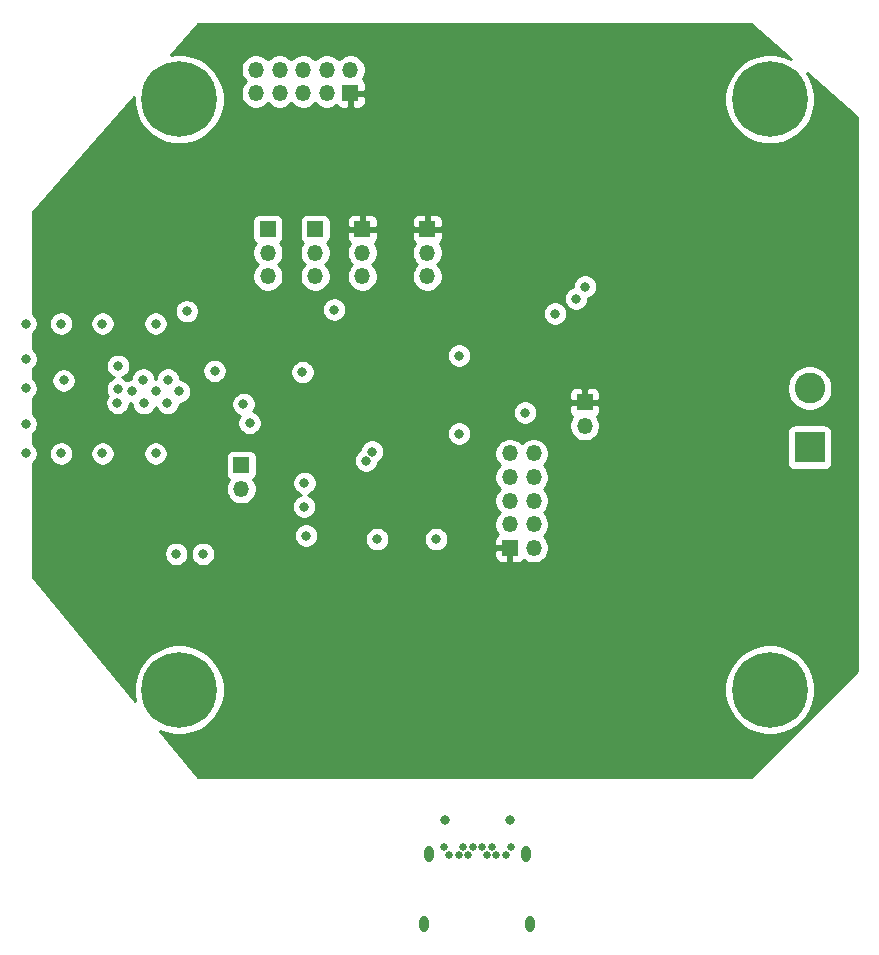
<source format=gbr>
%TF.GenerationSoftware,KiCad,Pcbnew,(5.1.10)-1*%
%TF.CreationDate,2021-07-04T14:07:10+01:00*%
%TF.ProjectId,Abhoinn_IoT_V2,4162686f-696e-46e5-9f49-6f545f56322e,rev?*%
%TF.SameCoordinates,Original*%
%TF.FileFunction,Copper,L3,Inr*%
%TF.FilePolarity,Positive*%
%FSLAX46Y46*%
G04 Gerber Fmt 4.6, Leading zero omitted, Abs format (unit mm)*
G04 Created by KiCad (PCBNEW (5.1.10)-1) date 2021-07-04 14:07:10*
%MOMM*%
%LPD*%
G01*
G04 APERTURE LIST*
%TA.AperFunction,ComponentPad*%
%ADD10C,0.650000*%
%TD*%
%TA.AperFunction,ComponentPad*%
%ADD11O,0.800000X1.400000*%
%TD*%
%TA.AperFunction,ComponentPad*%
%ADD12O,1.350000X1.350000*%
%TD*%
%TA.AperFunction,ComponentPad*%
%ADD13R,1.350000X1.350000*%
%TD*%
%TA.AperFunction,ComponentPad*%
%ADD14C,2.600000*%
%TD*%
%TA.AperFunction,ComponentPad*%
%ADD15R,2.600000X2.600000*%
%TD*%
%TA.AperFunction,ComponentPad*%
%ADD16C,0.800000*%
%TD*%
%TA.AperFunction,ComponentPad*%
%ADD17C,6.400000*%
%TD*%
%TA.AperFunction,ViaPad*%
%ADD18C,0.800000*%
%TD*%
%TA.AperFunction,Conductor*%
%ADD19C,0.254000*%
%TD*%
%TA.AperFunction,Conductor*%
%ADD20C,0.100000*%
%TD*%
G04 APERTURE END LIST*
D10*
%TO.N,N/C*%
%TO.C,P1*%
X154350000Y-119490000D03*
X155150000Y-119490000D03*
X155950000Y-119490000D03*
%TO.N,+5V*%
X157550000Y-119490000D03*
%TO.N,N/C*%
X158350000Y-119490000D03*
X159150000Y-119490000D03*
%TO.N,GND*%
X153950000Y-118790000D03*
%TO.N,Net-(P1-PadA4)*%
X155550000Y-118790000D03*
%TO.N,N/C*%
X156350000Y-118790000D03*
X157150000Y-118790000D03*
%TO.N,Net-(P1-PadA4)*%
X157950000Y-118790000D03*
%TO.N,GND*%
X159550000Y-118790000D03*
D11*
%TO.N,Net-(P1-PadS1)*%
X152260000Y-125340000D03*
X161240000Y-125340000D03*
X160880000Y-119390000D03*
X152620000Y-119390000D03*
%TD*%
D12*
%TO.N,GND*%
%TO.C,JP4*%
X152500000Y-70500000D03*
%TO.N,Net-(D4-Pad2)*%
X152500000Y-68500000D03*
D13*
%TO.N,+3V3*%
X152500000Y-66500000D03*
%TD*%
D12*
%TO.N,GND*%
%TO.C,JP3*%
X147000000Y-70500000D03*
%TO.N,DBG_EN*%
X147000000Y-68500000D03*
D13*
%TO.N,+3V3*%
X147000000Y-66500000D03*
%TD*%
D12*
%TO.N,LED_RX*%
%TO.C,JP2*%
X139000000Y-70500000D03*
%TO.N,RX_LED+DBG_DATA*%
X139000000Y-68500000D03*
D13*
%TO.N,TS_DBG_DATA*%
X139000000Y-66500000D03*
%TD*%
D12*
%TO.N,LED_TX*%
%TO.C,JP1*%
X143000000Y-70500000D03*
%TO.N,TX_LED+DBG_CLK*%
X143000000Y-68500000D03*
D13*
%TO.N,TS_DBG_CLK*%
X143000000Y-66500000D03*
%TD*%
D14*
%TO.N,GND*%
%TO.C,J6*%
X184870000Y-79980000D03*
D15*
%TO.N,+5V*%
X184870000Y-84980000D03*
%TD*%
D12*
%TO.N,RESET_N*%
%TO.C,J4*%
X138000000Y-53000000D03*
%TO.N,GND*%
X138000000Y-55000000D03*
%TO.N,Net-(J4-Pad8)*%
X140000000Y-53000000D03*
%TO.N,Net-(J4-Pad7)*%
X140000000Y-55000000D03*
%TO.N,Net-(J4-Pad6)*%
X142000000Y-53000000D03*
%TO.N,GND*%
X142000000Y-55000000D03*
%TO.N,TS_DBG_CLK*%
X144000000Y-53000000D03*
%TO.N,GND*%
X144000000Y-55000000D03*
%TO.N,TS_DBG_DATA*%
X146000000Y-53000000D03*
D13*
%TO.N,+3V3*%
X146000000Y-55000000D03*
%TD*%
D12*
%TO.N,NRST*%
%TO.C,J3*%
X161500000Y-85500000D03*
%TO.N,GND*%
X159500000Y-85500000D03*
%TO.N,Net-(J3-Pad8)*%
X161500000Y-87500000D03*
%TO.N,Net-(J3-Pad7)*%
X159500000Y-87500000D03*
%TO.N,Net-(J3-Pad6)*%
X161500000Y-89500000D03*
%TO.N,GND*%
X159500000Y-89500000D03*
%TO.N,SWCLK*%
X161500000Y-91500000D03*
%TO.N,GND*%
X159500000Y-91500000D03*
%TO.N,SWDIO*%
X161500000Y-93500000D03*
D13*
%TO.N,+3V3*%
X159500000Y-93500000D03*
%TD*%
D12*
%TO.N,LPUART1_TX*%
%TO.C,J2*%
X136750000Y-88500000D03*
D13*
%TO.N,LPUART1_RX*%
X136750000Y-86500000D03*
%TD*%
D12*
%TO.N,GND*%
%TO.C,J1*%
X165820000Y-83170000D03*
D13*
%TO.N,+3V3*%
X165820000Y-81170000D03*
%TD*%
D16*
%TO.N,GND*%
%TO.C,H4*%
X133197056Y-53802944D03*
X131500000Y-53100000D03*
X129802944Y-53802944D03*
X129100000Y-55500000D03*
X129802944Y-57197056D03*
X131500000Y-57900000D03*
X133197056Y-57197056D03*
X133900000Y-55500000D03*
D17*
X131500000Y-55500000D03*
%TD*%
D16*
%TO.N,GND*%
%TO.C,H3*%
X133197056Y-103802944D03*
X131500000Y-103100000D03*
X129802944Y-103802944D03*
X129100000Y-105500000D03*
X129802944Y-107197056D03*
X131500000Y-107900000D03*
X133197056Y-107197056D03*
X133900000Y-105500000D03*
D17*
X131500000Y-105500000D03*
%TD*%
D16*
%TO.N,GND*%
%TO.C,H2*%
X183197056Y-103802944D03*
X181500000Y-103100000D03*
X179802944Y-103802944D03*
X179100000Y-105500000D03*
X179802944Y-107197056D03*
X181500000Y-107900000D03*
X183197056Y-107197056D03*
X183900000Y-105500000D03*
D17*
X181500000Y-105500000D03*
%TD*%
D16*
%TO.N,GND*%
%TO.C,H1*%
X183197056Y-53802944D03*
X181500000Y-53100000D03*
X179802944Y-53802944D03*
X179100000Y-55500000D03*
X179802944Y-57197056D03*
X181500000Y-57900000D03*
X183197056Y-57197056D03*
X183900000Y-55500000D03*
D17*
X181500000Y-55500000D03*
%TD*%
D18*
%TO.N,GND*%
X142240000Y-92456000D03*
X142070000Y-90000000D03*
X142102000Y-88000000D03*
X132137500Y-73463500D03*
X160782000Y-82042000D03*
X163322000Y-73660000D03*
X165100000Y-72390000D03*
X165862000Y-71374000D03*
X144626500Y-73326500D03*
X134500000Y-78500000D03*
X133500000Y-94000000D03*
X131250000Y-94000000D03*
X121718600Y-79308220D03*
X127500000Y-80250000D03*
X129500000Y-80250000D03*
X131500000Y-80250000D03*
X130550000Y-79250000D03*
X128450000Y-79250000D03*
X128500000Y-81250000D03*
X130500000Y-81250000D03*
X126325000Y-78075000D03*
X126300000Y-80050000D03*
X126275000Y-81225000D03*
X129500000Y-74500000D03*
X129500000Y-85500000D03*
X118500000Y-85500000D03*
X118500000Y-74500000D03*
X118500000Y-80000000D03*
X118500000Y-77500000D03*
X118500000Y-83000000D03*
X121500000Y-85500000D03*
X125000000Y-85500000D03*
X125000000Y-74500000D03*
X121500000Y-74500000D03*
X159500000Y-116500000D03*
X154000000Y-116500000D03*
%TO.N,+3V3*%
X141732000Y-74168000D03*
X145680000Y-88000000D03*
X145712000Y-90000000D03*
X143256000Y-95504000D03*
X155194000Y-88392000D03*
X160782000Y-78486000D03*
X166449500Y-75612500D03*
X164000000Y-75600000D03*
X133862500Y-73637500D03*
%TO.N,LPUART1_TX*%
X136940000Y-81320000D03*
%TO.N,LPUART1_RX*%
X137460000Y-82920000D03*
%TO.N,PRESSURE_SDA*%
X155194000Y-77216000D03*
X147828000Y-85344000D03*
%TO.N,PRESSURE_SCL*%
X155194000Y-83820000D03*
X147320000Y-86106000D03*
%TO.N,NRST*%
X141932660Y-78610460D03*
%TO.N,Net-(U2-Pad5)*%
X153250000Y-92750000D03*
%TO.N,Net-(U2-Pad2)*%
X148250000Y-92750000D03*
%TD*%
D19*
%TO.N,+3V3*%
X183281791Y-52087068D02*
X182618628Y-51812377D01*
X181877715Y-51665000D01*
X181122285Y-51665000D01*
X180381372Y-51812377D01*
X179683446Y-52101467D01*
X179055330Y-52521161D01*
X178521161Y-53055330D01*
X178101467Y-53683446D01*
X177812377Y-54381372D01*
X177665000Y-55122285D01*
X177665000Y-55877715D01*
X177812377Y-56618628D01*
X178101467Y-57316554D01*
X178521161Y-57944670D01*
X179055330Y-58478839D01*
X179683446Y-58898533D01*
X180381372Y-59187623D01*
X181122285Y-59335000D01*
X181877715Y-59335000D01*
X182618628Y-59187623D01*
X183316554Y-58898533D01*
X183944670Y-58478839D01*
X184478839Y-57944670D01*
X184898533Y-57316554D01*
X185187623Y-56618628D01*
X185335000Y-55877715D01*
X185335000Y-55122285D01*
X185187623Y-54381372D01*
X184898533Y-53683446D01*
X184636446Y-53291205D01*
X188873000Y-57057031D01*
X188873000Y-103947394D01*
X179947394Y-112873000D01*
X133059934Y-112873000D01*
X129840374Y-108963535D01*
X130381372Y-109187623D01*
X131122285Y-109335000D01*
X131877715Y-109335000D01*
X132618628Y-109187623D01*
X133316554Y-108898533D01*
X133944670Y-108478839D01*
X134478839Y-107944670D01*
X134898533Y-107316554D01*
X135187623Y-106618628D01*
X135335000Y-105877715D01*
X135335000Y-105122285D01*
X177665000Y-105122285D01*
X177665000Y-105877715D01*
X177812377Y-106618628D01*
X178101467Y-107316554D01*
X178521161Y-107944670D01*
X179055330Y-108478839D01*
X179683446Y-108898533D01*
X180381372Y-109187623D01*
X181122285Y-109335000D01*
X181877715Y-109335000D01*
X182618628Y-109187623D01*
X183316554Y-108898533D01*
X183944670Y-108478839D01*
X184478839Y-107944670D01*
X184898533Y-107316554D01*
X185187623Y-106618628D01*
X185335000Y-105877715D01*
X185335000Y-105122285D01*
X185187623Y-104381372D01*
X184898533Y-103683446D01*
X184478839Y-103055330D01*
X183944670Y-102521161D01*
X183316554Y-102101467D01*
X182618628Y-101812377D01*
X181877715Y-101665000D01*
X181122285Y-101665000D01*
X180381372Y-101812377D01*
X179683446Y-102101467D01*
X179055330Y-102521161D01*
X178521161Y-103055330D01*
X178101467Y-103683446D01*
X177812377Y-104381372D01*
X177665000Y-105122285D01*
X135335000Y-105122285D01*
X135187623Y-104381372D01*
X134898533Y-103683446D01*
X134478839Y-103055330D01*
X133944670Y-102521161D01*
X133316554Y-102101467D01*
X132618628Y-101812377D01*
X131877715Y-101665000D01*
X131122285Y-101665000D01*
X130381372Y-101812377D01*
X129683446Y-102101467D01*
X129055330Y-102521161D01*
X128521161Y-103055330D01*
X128101467Y-103683446D01*
X127812377Y-104381372D01*
X127665000Y-105122285D01*
X127665000Y-105877715D01*
X127781519Y-106463496D01*
X119127000Y-95954437D01*
X119127000Y-93898061D01*
X130215000Y-93898061D01*
X130215000Y-94101939D01*
X130254774Y-94301898D01*
X130332795Y-94490256D01*
X130446063Y-94659774D01*
X130590226Y-94803937D01*
X130759744Y-94917205D01*
X130948102Y-94995226D01*
X131148061Y-95035000D01*
X131351939Y-95035000D01*
X131551898Y-94995226D01*
X131740256Y-94917205D01*
X131909774Y-94803937D01*
X132053937Y-94659774D01*
X132167205Y-94490256D01*
X132245226Y-94301898D01*
X132285000Y-94101939D01*
X132285000Y-93898061D01*
X132465000Y-93898061D01*
X132465000Y-94101939D01*
X132504774Y-94301898D01*
X132582795Y-94490256D01*
X132696063Y-94659774D01*
X132840226Y-94803937D01*
X133009744Y-94917205D01*
X133198102Y-94995226D01*
X133398061Y-95035000D01*
X133601939Y-95035000D01*
X133801898Y-94995226D01*
X133990256Y-94917205D01*
X134159774Y-94803937D01*
X134303937Y-94659774D01*
X134417205Y-94490256D01*
X134495226Y-94301898D01*
X134520467Y-94175000D01*
X158186928Y-94175000D01*
X158199188Y-94299482D01*
X158235498Y-94419180D01*
X158294463Y-94529494D01*
X158373815Y-94626185D01*
X158470506Y-94705537D01*
X158580820Y-94764502D01*
X158700518Y-94800812D01*
X158825000Y-94813072D01*
X159214250Y-94810000D01*
X159373000Y-94651250D01*
X159373000Y-93627000D01*
X158348750Y-93627000D01*
X158190000Y-93785750D01*
X158186928Y-94175000D01*
X134520467Y-94175000D01*
X134535000Y-94101939D01*
X134535000Y-93898061D01*
X134495226Y-93698102D01*
X134417205Y-93509744D01*
X134303937Y-93340226D01*
X134159774Y-93196063D01*
X133990256Y-93082795D01*
X133801898Y-93004774D01*
X133601939Y-92965000D01*
X133398061Y-92965000D01*
X133198102Y-93004774D01*
X133009744Y-93082795D01*
X132840226Y-93196063D01*
X132696063Y-93340226D01*
X132582795Y-93509744D01*
X132504774Y-93698102D01*
X132465000Y-93898061D01*
X132285000Y-93898061D01*
X132245226Y-93698102D01*
X132167205Y-93509744D01*
X132053937Y-93340226D01*
X131909774Y-93196063D01*
X131740256Y-93082795D01*
X131551898Y-93004774D01*
X131351939Y-92965000D01*
X131148061Y-92965000D01*
X130948102Y-93004774D01*
X130759744Y-93082795D01*
X130590226Y-93196063D01*
X130446063Y-93340226D01*
X130332795Y-93509744D01*
X130254774Y-93698102D01*
X130215000Y-93898061D01*
X119127000Y-93898061D01*
X119127000Y-92354061D01*
X141205000Y-92354061D01*
X141205000Y-92557939D01*
X141244774Y-92757898D01*
X141322795Y-92946256D01*
X141436063Y-93115774D01*
X141580226Y-93259937D01*
X141749744Y-93373205D01*
X141938102Y-93451226D01*
X142138061Y-93491000D01*
X142341939Y-93491000D01*
X142541898Y-93451226D01*
X142730256Y-93373205D01*
X142899774Y-93259937D01*
X143043937Y-93115774D01*
X143157205Y-92946256D01*
X143235226Y-92757898D01*
X143257073Y-92648061D01*
X147215000Y-92648061D01*
X147215000Y-92851939D01*
X147254774Y-93051898D01*
X147332795Y-93240256D01*
X147446063Y-93409774D01*
X147590226Y-93553937D01*
X147759744Y-93667205D01*
X147948102Y-93745226D01*
X148148061Y-93785000D01*
X148351939Y-93785000D01*
X148551898Y-93745226D01*
X148740256Y-93667205D01*
X148909774Y-93553937D01*
X149053937Y-93409774D01*
X149167205Y-93240256D01*
X149245226Y-93051898D01*
X149285000Y-92851939D01*
X149285000Y-92648061D01*
X152215000Y-92648061D01*
X152215000Y-92851939D01*
X152254774Y-93051898D01*
X152332795Y-93240256D01*
X152446063Y-93409774D01*
X152590226Y-93553937D01*
X152759744Y-93667205D01*
X152948102Y-93745226D01*
X153148061Y-93785000D01*
X153351939Y-93785000D01*
X153551898Y-93745226D01*
X153740256Y-93667205D01*
X153909774Y-93553937D01*
X154053937Y-93409774D01*
X154167205Y-93240256D01*
X154245226Y-93051898D01*
X154285000Y-92851939D01*
X154285000Y-92825000D01*
X158186928Y-92825000D01*
X158190000Y-93214250D01*
X158348750Y-93373000D01*
X159373000Y-93373000D01*
X159373000Y-93353000D01*
X159627000Y-93353000D01*
X159627000Y-93373000D01*
X159647000Y-93373000D01*
X159647000Y-93627000D01*
X159627000Y-93627000D01*
X159627000Y-94651250D01*
X159785750Y-94810000D01*
X160175000Y-94813072D01*
X160299482Y-94800812D01*
X160419180Y-94764502D01*
X160529494Y-94705537D01*
X160626185Y-94626185D01*
X160697487Y-94539303D01*
X160879482Y-94660907D01*
X161117887Y-94759658D01*
X161370976Y-94810000D01*
X161629024Y-94810000D01*
X161882113Y-94759658D01*
X162120518Y-94660907D01*
X162335077Y-94517544D01*
X162517544Y-94335077D01*
X162660907Y-94120518D01*
X162759658Y-93882113D01*
X162810000Y-93629024D01*
X162810000Y-93370976D01*
X162759658Y-93117887D01*
X162660907Y-92879482D01*
X162517544Y-92664923D01*
X162352621Y-92500000D01*
X162517544Y-92335077D01*
X162660907Y-92120518D01*
X162759658Y-91882113D01*
X162810000Y-91629024D01*
X162810000Y-91370976D01*
X162759658Y-91117887D01*
X162660907Y-90879482D01*
X162517544Y-90664923D01*
X162352621Y-90500000D01*
X162517544Y-90335077D01*
X162660907Y-90120518D01*
X162759658Y-89882113D01*
X162810000Y-89629024D01*
X162810000Y-89370976D01*
X162759658Y-89117887D01*
X162660907Y-88879482D01*
X162517544Y-88664923D01*
X162352621Y-88500000D01*
X162517544Y-88335077D01*
X162660907Y-88120518D01*
X162759658Y-87882113D01*
X162810000Y-87629024D01*
X162810000Y-87370976D01*
X162759658Y-87117887D01*
X162660907Y-86879482D01*
X162517544Y-86664923D01*
X162352621Y-86500000D01*
X162517544Y-86335077D01*
X162660907Y-86120518D01*
X162759658Y-85882113D01*
X162810000Y-85629024D01*
X162810000Y-85370976D01*
X162759658Y-85117887D01*
X162660907Y-84879482D01*
X162517544Y-84664923D01*
X162335077Y-84482456D01*
X162120518Y-84339093D01*
X161882113Y-84240342D01*
X161629024Y-84190000D01*
X161370976Y-84190000D01*
X161117887Y-84240342D01*
X160879482Y-84339093D01*
X160664923Y-84482456D01*
X160500000Y-84647379D01*
X160335077Y-84482456D01*
X160120518Y-84339093D01*
X159882113Y-84240342D01*
X159629024Y-84190000D01*
X159370976Y-84190000D01*
X159117887Y-84240342D01*
X158879482Y-84339093D01*
X158664923Y-84482456D01*
X158482456Y-84664923D01*
X158339093Y-84879482D01*
X158240342Y-85117887D01*
X158190000Y-85370976D01*
X158190000Y-85629024D01*
X158240342Y-85882113D01*
X158339093Y-86120518D01*
X158482456Y-86335077D01*
X158647379Y-86500000D01*
X158482456Y-86664923D01*
X158339093Y-86879482D01*
X158240342Y-87117887D01*
X158190000Y-87370976D01*
X158190000Y-87629024D01*
X158240342Y-87882113D01*
X158339093Y-88120518D01*
X158482456Y-88335077D01*
X158647379Y-88500000D01*
X158482456Y-88664923D01*
X158339093Y-88879482D01*
X158240342Y-89117887D01*
X158190000Y-89370976D01*
X158190000Y-89629024D01*
X158240342Y-89882113D01*
X158339093Y-90120518D01*
X158482456Y-90335077D01*
X158647379Y-90500000D01*
X158482456Y-90664923D01*
X158339093Y-90879482D01*
X158240342Y-91117887D01*
X158190000Y-91370976D01*
X158190000Y-91629024D01*
X158240342Y-91882113D01*
X158339093Y-92120518D01*
X158460697Y-92302513D01*
X158373815Y-92373815D01*
X158294463Y-92470506D01*
X158235498Y-92580820D01*
X158199188Y-92700518D01*
X158186928Y-92825000D01*
X154285000Y-92825000D01*
X154285000Y-92648061D01*
X154245226Y-92448102D01*
X154167205Y-92259744D01*
X154053937Y-92090226D01*
X153909774Y-91946063D01*
X153740256Y-91832795D01*
X153551898Y-91754774D01*
X153351939Y-91715000D01*
X153148061Y-91715000D01*
X152948102Y-91754774D01*
X152759744Y-91832795D01*
X152590226Y-91946063D01*
X152446063Y-92090226D01*
X152332795Y-92259744D01*
X152254774Y-92448102D01*
X152215000Y-92648061D01*
X149285000Y-92648061D01*
X149245226Y-92448102D01*
X149167205Y-92259744D01*
X149053937Y-92090226D01*
X148909774Y-91946063D01*
X148740256Y-91832795D01*
X148551898Y-91754774D01*
X148351939Y-91715000D01*
X148148061Y-91715000D01*
X147948102Y-91754774D01*
X147759744Y-91832795D01*
X147590226Y-91946063D01*
X147446063Y-92090226D01*
X147332795Y-92259744D01*
X147254774Y-92448102D01*
X147215000Y-92648061D01*
X143257073Y-92648061D01*
X143275000Y-92557939D01*
X143275000Y-92354061D01*
X143235226Y-92154102D01*
X143157205Y-91965744D01*
X143043937Y-91796226D01*
X142899774Y-91652063D01*
X142730256Y-91538795D01*
X142541898Y-91460774D01*
X142341939Y-91421000D01*
X142138061Y-91421000D01*
X141938102Y-91460774D01*
X141749744Y-91538795D01*
X141580226Y-91652063D01*
X141436063Y-91796226D01*
X141322795Y-91965744D01*
X141244774Y-92154102D01*
X141205000Y-92354061D01*
X119127000Y-92354061D01*
X119127000Y-89898061D01*
X141035000Y-89898061D01*
X141035000Y-90101939D01*
X141074774Y-90301898D01*
X141152795Y-90490256D01*
X141266063Y-90659774D01*
X141410226Y-90803937D01*
X141579744Y-90917205D01*
X141768102Y-90995226D01*
X141968061Y-91035000D01*
X142171939Y-91035000D01*
X142371898Y-90995226D01*
X142560256Y-90917205D01*
X142729774Y-90803937D01*
X142873937Y-90659774D01*
X142987205Y-90490256D01*
X143065226Y-90301898D01*
X143105000Y-90101939D01*
X143105000Y-89898061D01*
X143065226Y-89698102D01*
X142987205Y-89509744D01*
X142873937Y-89340226D01*
X142729774Y-89196063D01*
X142560256Y-89082795D01*
X142371898Y-89004774D01*
X142363897Y-89003183D01*
X142403898Y-88995226D01*
X142592256Y-88917205D01*
X142761774Y-88803937D01*
X142905937Y-88659774D01*
X143019205Y-88490256D01*
X143097226Y-88301898D01*
X143137000Y-88101939D01*
X143137000Y-87898061D01*
X143097226Y-87698102D01*
X143019205Y-87509744D01*
X142905937Y-87340226D01*
X142761774Y-87196063D01*
X142592256Y-87082795D01*
X142403898Y-87004774D01*
X142203939Y-86965000D01*
X142000061Y-86965000D01*
X141800102Y-87004774D01*
X141611744Y-87082795D01*
X141442226Y-87196063D01*
X141298063Y-87340226D01*
X141184795Y-87509744D01*
X141106774Y-87698102D01*
X141067000Y-87898061D01*
X141067000Y-88101939D01*
X141106774Y-88301898D01*
X141184795Y-88490256D01*
X141298063Y-88659774D01*
X141442226Y-88803937D01*
X141611744Y-88917205D01*
X141800102Y-88995226D01*
X141808103Y-88996817D01*
X141768102Y-89004774D01*
X141579744Y-89082795D01*
X141410226Y-89196063D01*
X141266063Y-89340226D01*
X141152795Y-89509744D01*
X141074774Y-89698102D01*
X141035000Y-89898061D01*
X119127000Y-89898061D01*
X119127000Y-86325836D01*
X119159774Y-86303937D01*
X119303937Y-86159774D01*
X119417205Y-85990256D01*
X119495226Y-85801898D01*
X119535000Y-85601939D01*
X119535000Y-85398061D01*
X120465000Y-85398061D01*
X120465000Y-85601939D01*
X120504774Y-85801898D01*
X120582795Y-85990256D01*
X120696063Y-86159774D01*
X120840226Y-86303937D01*
X121009744Y-86417205D01*
X121198102Y-86495226D01*
X121398061Y-86535000D01*
X121601939Y-86535000D01*
X121801898Y-86495226D01*
X121990256Y-86417205D01*
X122159774Y-86303937D01*
X122303937Y-86159774D01*
X122417205Y-85990256D01*
X122495226Y-85801898D01*
X122535000Y-85601939D01*
X122535000Y-85398061D01*
X123965000Y-85398061D01*
X123965000Y-85601939D01*
X124004774Y-85801898D01*
X124082795Y-85990256D01*
X124196063Y-86159774D01*
X124340226Y-86303937D01*
X124509744Y-86417205D01*
X124698102Y-86495226D01*
X124898061Y-86535000D01*
X125101939Y-86535000D01*
X125301898Y-86495226D01*
X125490256Y-86417205D01*
X125659774Y-86303937D01*
X125803937Y-86159774D01*
X125917205Y-85990256D01*
X125995226Y-85801898D01*
X126035000Y-85601939D01*
X126035000Y-85398061D01*
X128465000Y-85398061D01*
X128465000Y-85601939D01*
X128504774Y-85801898D01*
X128582795Y-85990256D01*
X128696063Y-86159774D01*
X128840226Y-86303937D01*
X129009744Y-86417205D01*
X129198102Y-86495226D01*
X129398061Y-86535000D01*
X129601939Y-86535000D01*
X129801898Y-86495226D01*
X129990256Y-86417205D01*
X130159774Y-86303937D01*
X130303937Y-86159774D01*
X130417205Y-85990256D01*
X130485656Y-85825000D01*
X135436928Y-85825000D01*
X135436928Y-87175000D01*
X135449188Y-87299482D01*
X135485498Y-87419180D01*
X135544463Y-87529494D01*
X135623815Y-87626185D01*
X135710697Y-87697487D01*
X135589093Y-87879482D01*
X135490342Y-88117887D01*
X135440000Y-88370976D01*
X135440000Y-88629024D01*
X135490342Y-88882113D01*
X135589093Y-89120518D01*
X135732456Y-89335077D01*
X135914923Y-89517544D01*
X136129482Y-89660907D01*
X136367887Y-89759658D01*
X136620976Y-89810000D01*
X136879024Y-89810000D01*
X137132113Y-89759658D01*
X137370518Y-89660907D01*
X137585077Y-89517544D01*
X137767544Y-89335077D01*
X137910907Y-89120518D01*
X138009658Y-88882113D01*
X138060000Y-88629024D01*
X138060000Y-88370976D01*
X138009658Y-88117887D01*
X137910907Y-87879482D01*
X137789303Y-87697487D01*
X137876185Y-87626185D01*
X137955537Y-87529494D01*
X138014502Y-87419180D01*
X138050812Y-87299482D01*
X138063072Y-87175000D01*
X138063072Y-86004061D01*
X146285000Y-86004061D01*
X146285000Y-86207939D01*
X146324774Y-86407898D01*
X146402795Y-86596256D01*
X146516063Y-86765774D01*
X146660226Y-86909937D01*
X146829744Y-87023205D01*
X147018102Y-87101226D01*
X147218061Y-87141000D01*
X147421939Y-87141000D01*
X147621898Y-87101226D01*
X147810256Y-87023205D01*
X147979774Y-86909937D01*
X148123937Y-86765774D01*
X148237205Y-86596256D01*
X148315226Y-86407898D01*
X148348413Y-86241055D01*
X148487774Y-86147937D01*
X148631937Y-86003774D01*
X148745205Y-85834256D01*
X148823226Y-85645898D01*
X148863000Y-85445939D01*
X148863000Y-85242061D01*
X148823226Y-85042102D01*
X148745205Y-84853744D01*
X148631937Y-84684226D01*
X148487774Y-84540063D01*
X148318256Y-84426795D01*
X148129898Y-84348774D01*
X147929939Y-84309000D01*
X147726061Y-84309000D01*
X147526102Y-84348774D01*
X147337744Y-84426795D01*
X147168226Y-84540063D01*
X147024063Y-84684226D01*
X146910795Y-84853744D01*
X146832774Y-85042102D01*
X146799587Y-85208945D01*
X146660226Y-85302063D01*
X146516063Y-85446226D01*
X146402795Y-85615744D01*
X146324774Y-85804102D01*
X146285000Y-86004061D01*
X138063072Y-86004061D01*
X138063072Y-85825000D01*
X138050812Y-85700518D01*
X138014502Y-85580820D01*
X137955537Y-85470506D01*
X137876185Y-85373815D01*
X137779494Y-85294463D01*
X137669180Y-85235498D01*
X137549482Y-85199188D01*
X137425000Y-85186928D01*
X136075000Y-85186928D01*
X135950518Y-85199188D01*
X135830820Y-85235498D01*
X135720506Y-85294463D01*
X135623815Y-85373815D01*
X135544463Y-85470506D01*
X135485498Y-85580820D01*
X135449188Y-85700518D01*
X135436928Y-85825000D01*
X130485656Y-85825000D01*
X130495226Y-85801898D01*
X130535000Y-85601939D01*
X130535000Y-85398061D01*
X130495226Y-85198102D01*
X130417205Y-85009744D01*
X130303937Y-84840226D01*
X130159774Y-84696063D01*
X129990256Y-84582795D01*
X129801898Y-84504774D01*
X129601939Y-84465000D01*
X129398061Y-84465000D01*
X129198102Y-84504774D01*
X129009744Y-84582795D01*
X128840226Y-84696063D01*
X128696063Y-84840226D01*
X128582795Y-85009744D01*
X128504774Y-85198102D01*
X128465000Y-85398061D01*
X126035000Y-85398061D01*
X125995226Y-85198102D01*
X125917205Y-85009744D01*
X125803937Y-84840226D01*
X125659774Y-84696063D01*
X125490256Y-84582795D01*
X125301898Y-84504774D01*
X125101939Y-84465000D01*
X124898061Y-84465000D01*
X124698102Y-84504774D01*
X124509744Y-84582795D01*
X124340226Y-84696063D01*
X124196063Y-84840226D01*
X124082795Y-85009744D01*
X124004774Y-85198102D01*
X123965000Y-85398061D01*
X122535000Y-85398061D01*
X122495226Y-85198102D01*
X122417205Y-85009744D01*
X122303937Y-84840226D01*
X122159774Y-84696063D01*
X121990256Y-84582795D01*
X121801898Y-84504774D01*
X121601939Y-84465000D01*
X121398061Y-84465000D01*
X121198102Y-84504774D01*
X121009744Y-84582795D01*
X120840226Y-84696063D01*
X120696063Y-84840226D01*
X120582795Y-85009744D01*
X120504774Y-85198102D01*
X120465000Y-85398061D01*
X119535000Y-85398061D01*
X119495226Y-85198102D01*
X119417205Y-85009744D01*
X119303937Y-84840226D01*
X119159774Y-84696063D01*
X119127000Y-84674164D01*
X119127000Y-83825836D01*
X119159774Y-83803937D01*
X119303937Y-83659774D01*
X119417205Y-83490256D01*
X119495226Y-83301898D01*
X119535000Y-83101939D01*
X119535000Y-82898061D01*
X119495226Y-82698102D01*
X119417205Y-82509744D01*
X119303937Y-82340226D01*
X119159774Y-82196063D01*
X119127000Y-82174164D01*
X119127000Y-81123061D01*
X125240000Y-81123061D01*
X125240000Y-81326939D01*
X125279774Y-81526898D01*
X125357795Y-81715256D01*
X125471063Y-81884774D01*
X125615226Y-82028937D01*
X125784744Y-82142205D01*
X125973102Y-82220226D01*
X126173061Y-82260000D01*
X126376939Y-82260000D01*
X126576898Y-82220226D01*
X126765256Y-82142205D01*
X126934774Y-82028937D01*
X127078937Y-81884774D01*
X127192205Y-81715256D01*
X127270226Y-81526898D01*
X127310000Y-81326939D01*
X127310000Y-81267484D01*
X127398061Y-81285000D01*
X127465000Y-81285000D01*
X127465000Y-81351939D01*
X127504774Y-81551898D01*
X127582795Y-81740256D01*
X127696063Y-81909774D01*
X127840226Y-82053937D01*
X128009744Y-82167205D01*
X128198102Y-82245226D01*
X128398061Y-82285000D01*
X128601939Y-82285000D01*
X128801898Y-82245226D01*
X128990256Y-82167205D01*
X129159774Y-82053937D01*
X129303937Y-81909774D01*
X129417205Y-81740256D01*
X129495226Y-81551898D01*
X129500000Y-81527897D01*
X129504774Y-81551898D01*
X129582795Y-81740256D01*
X129696063Y-81909774D01*
X129840226Y-82053937D01*
X130009744Y-82167205D01*
X130198102Y-82245226D01*
X130398061Y-82285000D01*
X130601939Y-82285000D01*
X130801898Y-82245226D01*
X130990256Y-82167205D01*
X131159774Y-82053937D01*
X131303937Y-81909774D01*
X131417205Y-81740256D01*
X131495226Y-81551898D01*
X131535000Y-81351939D01*
X131535000Y-81285000D01*
X131601939Y-81285000D01*
X131801898Y-81245226D01*
X131867479Y-81218061D01*
X135905000Y-81218061D01*
X135905000Y-81421939D01*
X135944774Y-81621898D01*
X136022795Y-81810256D01*
X136136063Y-81979774D01*
X136280226Y-82123937D01*
X136449744Y-82237205D01*
X136623386Y-82309130D01*
X136542795Y-82429744D01*
X136464774Y-82618102D01*
X136425000Y-82818061D01*
X136425000Y-83021939D01*
X136464774Y-83221898D01*
X136542795Y-83410256D01*
X136656063Y-83579774D01*
X136800226Y-83723937D01*
X136969744Y-83837205D01*
X137158102Y-83915226D01*
X137358061Y-83955000D01*
X137561939Y-83955000D01*
X137761898Y-83915226D01*
X137950256Y-83837205D01*
X138119774Y-83723937D01*
X138125650Y-83718061D01*
X154159000Y-83718061D01*
X154159000Y-83921939D01*
X154198774Y-84121898D01*
X154276795Y-84310256D01*
X154390063Y-84479774D01*
X154534226Y-84623937D01*
X154703744Y-84737205D01*
X154892102Y-84815226D01*
X155092061Y-84855000D01*
X155295939Y-84855000D01*
X155495898Y-84815226D01*
X155684256Y-84737205D01*
X155853774Y-84623937D01*
X155997937Y-84479774D01*
X156111205Y-84310256D01*
X156189226Y-84121898D01*
X156229000Y-83921939D01*
X156229000Y-83718061D01*
X156189226Y-83518102D01*
X156111205Y-83329744D01*
X155997937Y-83160226D01*
X155853774Y-83016063D01*
X155684256Y-82902795D01*
X155495898Y-82824774D01*
X155295939Y-82785000D01*
X155092061Y-82785000D01*
X154892102Y-82824774D01*
X154703744Y-82902795D01*
X154534226Y-83016063D01*
X154390063Y-83160226D01*
X154276795Y-83329744D01*
X154198774Y-83518102D01*
X154159000Y-83718061D01*
X138125650Y-83718061D01*
X138263937Y-83579774D01*
X138377205Y-83410256D01*
X138455226Y-83221898D01*
X138495000Y-83021939D01*
X138495000Y-82818061D01*
X138455226Y-82618102D01*
X138377205Y-82429744D01*
X138263937Y-82260226D01*
X138119774Y-82116063D01*
X137950256Y-82002795D01*
X137798803Y-81940061D01*
X159747000Y-81940061D01*
X159747000Y-82143939D01*
X159786774Y-82343898D01*
X159864795Y-82532256D01*
X159978063Y-82701774D01*
X160122226Y-82845937D01*
X160291744Y-82959205D01*
X160480102Y-83037226D01*
X160680061Y-83077000D01*
X160883939Y-83077000D01*
X161083898Y-83037226D01*
X161272256Y-82959205D01*
X161441774Y-82845937D01*
X161585937Y-82701774D01*
X161699205Y-82532256D01*
X161777226Y-82343898D01*
X161817000Y-82143939D01*
X161817000Y-81940061D01*
X161798092Y-81845000D01*
X164506928Y-81845000D01*
X164519188Y-81969482D01*
X164555498Y-82089180D01*
X164614463Y-82199494D01*
X164693815Y-82296185D01*
X164780697Y-82367487D01*
X164659093Y-82549482D01*
X164560342Y-82787887D01*
X164510000Y-83040976D01*
X164510000Y-83299024D01*
X164560342Y-83552113D01*
X164659093Y-83790518D01*
X164802456Y-84005077D01*
X164984923Y-84187544D01*
X165199482Y-84330907D01*
X165437887Y-84429658D01*
X165690976Y-84480000D01*
X165949024Y-84480000D01*
X166202113Y-84429658D01*
X166440518Y-84330907D01*
X166655077Y-84187544D01*
X166837544Y-84005077D01*
X166980907Y-83790518D01*
X167026685Y-83680000D01*
X182931928Y-83680000D01*
X182931928Y-86280000D01*
X182944188Y-86404482D01*
X182980498Y-86524180D01*
X183039463Y-86634494D01*
X183118815Y-86731185D01*
X183215506Y-86810537D01*
X183325820Y-86869502D01*
X183445518Y-86905812D01*
X183570000Y-86918072D01*
X186170000Y-86918072D01*
X186294482Y-86905812D01*
X186414180Y-86869502D01*
X186524494Y-86810537D01*
X186621185Y-86731185D01*
X186700537Y-86634494D01*
X186759502Y-86524180D01*
X186795812Y-86404482D01*
X186808072Y-86280000D01*
X186808072Y-83680000D01*
X186795812Y-83555518D01*
X186759502Y-83435820D01*
X186700537Y-83325506D01*
X186621185Y-83228815D01*
X186524494Y-83149463D01*
X186414180Y-83090498D01*
X186294482Y-83054188D01*
X186170000Y-83041928D01*
X183570000Y-83041928D01*
X183445518Y-83054188D01*
X183325820Y-83090498D01*
X183215506Y-83149463D01*
X183118815Y-83228815D01*
X183039463Y-83325506D01*
X182980498Y-83435820D01*
X182944188Y-83555518D01*
X182931928Y-83680000D01*
X167026685Y-83680000D01*
X167079658Y-83552113D01*
X167130000Y-83299024D01*
X167130000Y-83040976D01*
X167079658Y-82787887D01*
X166980907Y-82549482D01*
X166859303Y-82367487D01*
X166946185Y-82296185D01*
X167025537Y-82199494D01*
X167084502Y-82089180D01*
X167120812Y-81969482D01*
X167133072Y-81845000D01*
X167130000Y-81455750D01*
X166971250Y-81297000D01*
X165947000Y-81297000D01*
X165947000Y-81317000D01*
X165693000Y-81317000D01*
X165693000Y-81297000D01*
X164668750Y-81297000D01*
X164510000Y-81455750D01*
X164506928Y-81845000D01*
X161798092Y-81845000D01*
X161777226Y-81740102D01*
X161699205Y-81551744D01*
X161585937Y-81382226D01*
X161441774Y-81238063D01*
X161272256Y-81124795D01*
X161083898Y-81046774D01*
X160883939Y-81007000D01*
X160680061Y-81007000D01*
X160480102Y-81046774D01*
X160291744Y-81124795D01*
X160122226Y-81238063D01*
X159978063Y-81382226D01*
X159864795Y-81551744D01*
X159786774Y-81740102D01*
X159747000Y-81940061D01*
X137798803Y-81940061D01*
X137776614Y-81930870D01*
X137857205Y-81810256D01*
X137935226Y-81621898D01*
X137975000Y-81421939D01*
X137975000Y-81218061D01*
X137935226Y-81018102D01*
X137857205Y-80829744D01*
X137743937Y-80660226D01*
X137599774Y-80516063D01*
X137568251Y-80495000D01*
X164506928Y-80495000D01*
X164510000Y-80884250D01*
X164668750Y-81043000D01*
X165693000Y-81043000D01*
X165693000Y-80018750D01*
X165947000Y-80018750D01*
X165947000Y-81043000D01*
X166971250Y-81043000D01*
X167130000Y-80884250D01*
X167133072Y-80495000D01*
X167120812Y-80370518D01*
X167084502Y-80250820D01*
X167025537Y-80140506D01*
X166946185Y-80043815D01*
X166849494Y-79964463D01*
X166739180Y-79905498D01*
X166619482Y-79869188D01*
X166495000Y-79856928D01*
X166105750Y-79860000D01*
X165947000Y-80018750D01*
X165693000Y-80018750D01*
X165534250Y-79860000D01*
X165145000Y-79856928D01*
X165020518Y-79869188D01*
X164900820Y-79905498D01*
X164790506Y-79964463D01*
X164693815Y-80043815D01*
X164614463Y-80140506D01*
X164555498Y-80250820D01*
X164519188Y-80370518D01*
X164506928Y-80495000D01*
X137568251Y-80495000D01*
X137430256Y-80402795D01*
X137241898Y-80324774D01*
X137041939Y-80285000D01*
X136838061Y-80285000D01*
X136638102Y-80324774D01*
X136449744Y-80402795D01*
X136280226Y-80516063D01*
X136136063Y-80660226D01*
X136022795Y-80829744D01*
X135944774Y-81018102D01*
X135905000Y-81218061D01*
X131867479Y-81218061D01*
X131990256Y-81167205D01*
X132159774Y-81053937D01*
X132303937Y-80909774D01*
X132417205Y-80740256D01*
X132495226Y-80551898D01*
X132535000Y-80351939D01*
X132535000Y-80148061D01*
X132495226Y-79948102D01*
X132429497Y-79789419D01*
X182935000Y-79789419D01*
X182935000Y-80170581D01*
X183009361Y-80544419D01*
X183155225Y-80896566D01*
X183366987Y-81213491D01*
X183636509Y-81483013D01*
X183953434Y-81694775D01*
X184305581Y-81840639D01*
X184679419Y-81915000D01*
X185060581Y-81915000D01*
X185434419Y-81840639D01*
X185786566Y-81694775D01*
X186103491Y-81483013D01*
X186373013Y-81213491D01*
X186584775Y-80896566D01*
X186730639Y-80544419D01*
X186805000Y-80170581D01*
X186805000Y-79789419D01*
X186730639Y-79415581D01*
X186584775Y-79063434D01*
X186373013Y-78746509D01*
X186103491Y-78476987D01*
X185786566Y-78265225D01*
X185434419Y-78119361D01*
X185060581Y-78045000D01*
X184679419Y-78045000D01*
X184305581Y-78119361D01*
X183953434Y-78265225D01*
X183636509Y-78476987D01*
X183366987Y-78746509D01*
X183155225Y-79063434D01*
X183009361Y-79415581D01*
X182935000Y-79789419D01*
X132429497Y-79789419D01*
X132417205Y-79759744D01*
X132303937Y-79590226D01*
X132159774Y-79446063D01*
X131990256Y-79332795D01*
X131801898Y-79254774D01*
X131601939Y-79215000D01*
X131585000Y-79215000D01*
X131585000Y-79148061D01*
X131545226Y-78948102D01*
X131467205Y-78759744D01*
X131353937Y-78590226D01*
X131209774Y-78446063D01*
X131137934Y-78398061D01*
X133465000Y-78398061D01*
X133465000Y-78601939D01*
X133504774Y-78801898D01*
X133582795Y-78990256D01*
X133696063Y-79159774D01*
X133840226Y-79303937D01*
X134009744Y-79417205D01*
X134198102Y-79495226D01*
X134398061Y-79535000D01*
X134601939Y-79535000D01*
X134801898Y-79495226D01*
X134990256Y-79417205D01*
X135159774Y-79303937D01*
X135303937Y-79159774D01*
X135417205Y-78990256D01*
X135495226Y-78801898D01*
X135535000Y-78601939D01*
X135535000Y-78508521D01*
X140897660Y-78508521D01*
X140897660Y-78712399D01*
X140937434Y-78912358D01*
X141015455Y-79100716D01*
X141128723Y-79270234D01*
X141272886Y-79414397D01*
X141442404Y-79527665D01*
X141630762Y-79605686D01*
X141830721Y-79645460D01*
X142034599Y-79645460D01*
X142234558Y-79605686D01*
X142422916Y-79527665D01*
X142592434Y-79414397D01*
X142736597Y-79270234D01*
X142849865Y-79100716D01*
X142927886Y-78912358D01*
X142967660Y-78712399D01*
X142967660Y-78508521D01*
X142927886Y-78308562D01*
X142849865Y-78120204D01*
X142736597Y-77950686D01*
X142592434Y-77806523D01*
X142422916Y-77693255D01*
X142234558Y-77615234D01*
X142034599Y-77575460D01*
X141830721Y-77575460D01*
X141630762Y-77615234D01*
X141442404Y-77693255D01*
X141272886Y-77806523D01*
X141128723Y-77950686D01*
X141015455Y-78120204D01*
X140937434Y-78308562D01*
X140897660Y-78508521D01*
X135535000Y-78508521D01*
X135535000Y-78398061D01*
X135495226Y-78198102D01*
X135417205Y-78009744D01*
X135303937Y-77840226D01*
X135159774Y-77696063D01*
X134990256Y-77582795D01*
X134801898Y-77504774D01*
X134601939Y-77465000D01*
X134398061Y-77465000D01*
X134198102Y-77504774D01*
X134009744Y-77582795D01*
X133840226Y-77696063D01*
X133696063Y-77840226D01*
X133582795Y-78009744D01*
X133504774Y-78198102D01*
X133465000Y-78398061D01*
X131137934Y-78398061D01*
X131040256Y-78332795D01*
X130851898Y-78254774D01*
X130651939Y-78215000D01*
X130448061Y-78215000D01*
X130248102Y-78254774D01*
X130059744Y-78332795D01*
X129890226Y-78446063D01*
X129746063Y-78590226D01*
X129632795Y-78759744D01*
X129554774Y-78948102D01*
X129515000Y-79148061D01*
X129515000Y-79215000D01*
X129485000Y-79215000D01*
X129485000Y-79148061D01*
X129445226Y-78948102D01*
X129367205Y-78759744D01*
X129253937Y-78590226D01*
X129109774Y-78446063D01*
X128940256Y-78332795D01*
X128751898Y-78254774D01*
X128551939Y-78215000D01*
X128348061Y-78215000D01*
X128148102Y-78254774D01*
X127959744Y-78332795D01*
X127790226Y-78446063D01*
X127646063Y-78590226D01*
X127532795Y-78759744D01*
X127454774Y-78948102D01*
X127415000Y-79148061D01*
X127415000Y-79215000D01*
X127398061Y-79215000D01*
X127198102Y-79254774D01*
X127035739Y-79322028D01*
X126959774Y-79246063D01*
X126790256Y-79132795D01*
X126633050Y-79067678D01*
X126815256Y-78992205D01*
X126984774Y-78878937D01*
X127128937Y-78734774D01*
X127242205Y-78565256D01*
X127320226Y-78376898D01*
X127360000Y-78176939D01*
X127360000Y-77973061D01*
X127320226Y-77773102D01*
X127242205Y-77584744D01*
X127128937Y-77415226D01*
X126984774Y-77271063D01*
X126815256Y-77157795D01*
X126709674Y-77114061D01*
X154159000Y-77114061D01*
X154159000Y-77317939D01*
X154198774Y-77517898D01*
X154276795Y-77706256D01*
X154390063Y-77875774D01*
X154534226Y-78019937D01*
X154703744Y-78133205D01*
X154892102Y-78211226D01*
X155092061Y-78251000D01*
X155295939Y-78251000D01*
X155495898Y-78211226D01*
X155684256Y-78133205D01*
X155853774Y-78019937D01*
X155997937Y-77875774D01*
X156111205Y-77706256D01*
X156189226Y-77517898D01*
X156229000Y-77317939D01*
X156229000Y-77114061D01*
X156189226Y-76914102D01*
X156111205Y-76725744D01*
X155997937Y-76556226D01*
X155853774Y-76412063D01*
X155684256Y-76298795D01*
X155495898Y-76220774D01*
X155295939Y-76181000D01*
X155092061Y-76181000D01*
X154892102Y-76220774D01*
X154703744Y-76298795D01*
X154534226Y-76412063D01*
X154390063Y-76556226D01*
X154276795Y-76725744D01*
X154198774Y-76914102D01*
X154159000Y-77114061D01*
X126709674Y-77114061D01*
X126626898Y-77079774D01*
X126426939Y-77040000D01*
X126223061Y-77040000D01*
X126023102Y-77079774D01*
X125834744Y-77157795D01*
X125665226Y-77271063D01*
X125521063Y-77415226D01*
X125407795Y-77584744D01*
X125329774Y-77773102D01*
X125290000Y-77973061D01*
X125290000Y-78176939D01*
X125329774Y-78376898D01*
X125407795Y-78565256D01*
X125521063Y-78734774D01*
X125665226Y-78878937D01*
X125834744Y-78992205D01*
X125991950Y-79057322D01*
X125809744Y-79132795D01*
X125640226Y-79246063D01*
X125496063Y-79390226D01*
X125382795Y-79559744D01*
X125304774Y-79748102D01*
X125265000Y-79948061D01*
X125265000Y-80151939D01*
X125304774Y-80351898D01*
X125382795Y-80540256D01*
X125435271Y-80618792D01*
X125357795Y-80734744D01*
X125279774Y-80923102D01*
X125240000Y-81123061D01*
X119127000Y-81123061D01*
X119127000Y-80825836D01*
X119159774Y-80803937D01*
X119303937Y-80659774D01*
X119417205Y-80490256D01*
X119495226Y-80301898D01*
X119535000Y-80101939D01*
X119535000Y-79898061D01*
X119495226Y-79698102D01*
X119417205Y-79509744D01*
X119303937Y-79340226D01*
X119169992Y-79206281D01*
X120683600Y-79206281D01*
X120683600Y-79410159D01*
X120723374Y-79610118D01*
X120801395Y-79798476D01*
X120914663Y-79967994D01*
X121058826Y-80112157D01*
X121228344Y-80225425D01*
X121416702Y-80303446D01*
X121616661Y-80343220D01*
X121820539Y-80343220D01*
X122020498Y-80303446D01*
X122208856Y-80225425D01*
X122378374Y-80112157D01*
X122522537Y-79967994D01*
X122635805Y-79798476D01*
X122713826Y-79610118D01*
X122753600Y-79410159D01*
X122753600Y-79206281D01*
X122713826Y-79006322D01*
X122635805Y-78817964D01*
X122522537Y-78648446D01*
X122378374Y-78504283D01*
X122208856Y-78391015D01*
X122020498Y-78312994D01*
X121820539Y-78273220D01*
X121616661Y-78273220D01*
X121416702Y-78312994D01*
X121228344Y-78391015D01*
X121058826Y-78504283D01*
X120914663Y-78648446D01*
X120801395Y-78817964D01*
X120723374Y-79006322D01*
X120683600Y-79206281D01*
X119169992Y-79206281D01*
X119159774Y-79196063D01*
X119127000Y-79174164D01*
X119127000Y-78325836D01*
X119159774Y-78303937D01*
X119303937Y-78159774D01*
X119417205Y-77990256D01*
X119495226Y-77801898D01*
X119535000Y-77601939D01*
X119535000Y-77398061D01*
X119495226Y-77198102D01*
X119417205Y-77009744D01*
X119303937Y-76840226D01*
X119159774Y-76696063D01*
X119127000Y-76674164D01*
X119127000Y-75325836D01*
X119159774Y-75303937D01*
X119303937Y-75159774D01*
X119417205Y-74990256D01*
X119495226Y-74801898D01*
X119535000Y-74601939D01*
X119535000Y-74398061D01*
X120465000Y-74398061D01*
X120465000Y-74601939D01*
X120504774Y-74801898D01*
X120582795Y-74990256D01*
X120696063Y-75159774D01*
X120840226Y-75303937D01*
X121009744Y-75417205D01*
X121198102Y-75495226D01*
X121398061Y-75535000D01*
X121601939Y-75535000D01*
X121801898Y-75495226D01*
X121990256Y-75417205D01*
X122159774Y-75303937D01*
X122303937Y-75159774D01*
X122417205Y-74990256D01*
X122495226Y-74801898D01*
X122535000Y-74601939D01*
X122535000Y-74398061D01*
X123965000Y-74398061D01*
X123965000Y-74601939D01*
X124004774Y-74801898D01*
X124082795Y-74990256D01*
X124196063Y-75159774D01*
X124340226Y-75303937D01*
X124509744Y-75417205D01*
X124698102Y-75495226D01*
X124898061Y-75535000D01*
X125101939Y-75535000D01*
X125301898Y-75495226D01*
X125490256Y-75417205D01*
X125659774Y-75303937D01*
X125803937Y-75159774D01*
X125917205Y-74990256D01*
X125995226Y-74801898D01*
X126035000Y-74601939D01*
X126035000Y-74398061D01*
X128465000Y-74398061D01*
X128465000Y-74601939D01*
X128504774Y-74801898D01*
X128582795Y-74990256D01*
X128696063Y-75159774D01*
X128840226Y-75303937D01*
X129009744Y-75417205D01*
X129198102Y-75495226D01*
X129398061Y-75535000D01*
X129601939Y-75535000D01*
X129801898Y-75495226D01*
X129990256Y-75417205D01*
X130159774Y-75303937D01*
X130303937Y-75159774D01*
X130417205Y-74990256D01*
X130495226Y-74801898D01*
X130535000Y-74601939D01*
X130535000Y-74398061D01*
X130495226Y-74198102D01*
X130417205Y-74009744D01*
X130303937Y-73840226D01*
X130159774Y-73696063D01*
X129990256Y-73582795D01*
X129801898Y-73504774D01*
X129601939Y-73465000D01*
X129398061Y-73465000D01*
X129198102Y-73504774D01*
X129009744Y-73582795D01*
X128840226Y-73696063D01*
X128696063Y-73840226D01*
X128582795Y-74009744D01*
X128504774Y-74198102D01*
X128465000Y-74398061D01*
X126035000Y-74398061D01*
X125995226Y-74198102D01*
X125917205Y-74009744D01*
X125803937Y-73840226D01*
X125659774Y-73696063D01*
X125490256Y-73582795D01*
X125301898Y-73504774D01*
X125101939Y-73465000D01*
X124898061Y-73465000D01*
X124698102Y-73504774D01*
X124509744Y-73582795D01*
X124340226Y-73696063D01*
X124196063Y-73840226D01*
X124082795Y-74009744D01*
X124004774Y-74198102D01*
X123965000Y-74398061D01*
X122535000Y-74398061D01*
X122495226Y-74198102D01*
X122417205Y-74009744D01*
X122303937Y-73840226D01*
X122159774Y-73696063D01*
X121990256Y-73582795D01*
X121801898Y-73504774D01*
X121601939Y-73465000D01*
X121398061Y-73465000D01*
X121198102Y-73504774D01*
X121009744Y-73582795D01*
X120840226Y-73696063D01*
X120696063Y-73840226D01*
X120582795Y-74009744D01*
X120504774Y-74198102D01*
X120465000Y-74398061D01*
X119535000Y-74398061D01*
X119495226Y-74198102D01*
X119417205Y-74009744D01*
X119303937Y-73840226D01*
X119159774Y-73696063D01*
X119127000Y-73674164D01*
X119127000Y-73361561D01*
X131102500Y-73361561D01*
X131102500Y-73565439D01*
X131142274Y-73765398D01*
X131220295Y-73953756D01*
X131333563Y-74123274D01*
X131477726Y-74267437D01*
X131647244Y-74380705D01*
X131835602Y-74458726D01*
X132035561Y-74498500D01*
X132239439Y-74498500D01*
X132439398Y-74458726D01*
X132627756Y-74380705D01*
X132797274Y-74267437D01*
X132941437Y-74123274D01*
X133054705Y-73953756D01*
X133132726Y-73765398D01*
X133172500Y-73565439D01*
X133172500Y-73361561D01*
X133145250Y-73224561D01*
X143591500Y-73224561D01*
X143591500Y-73428439D01*
X143631274Y-73628398D01*
X143709295Y-73816756D01*
X143822563Y-73986274D01*
X143966726Y-74130437D01*
X144136244Y-74243705D01*
X144324602Y-74321726D01*
X144524561Y-74361500D01*
X144728439Y-74361500D01*
X144928398Y-74321726D01*
X145116756Y-74243705D01*
X145286274Y-74130437D01*
X145430437Y-73986274D01*
X145543705Y-73816756D01*
X145621726Y-73628398D01*
X145635716Y-73558061D01*
X162287000Y-73558061D01*
X162287000Y-73761939D01*
X162326774Y-73961898D01*
X162404795Y-74150256D01*
X162518063Y-74319774D01*
X162662226Y-74463937D01*
X162831744Y-74577205D01*
X163020102Y-74655226D01*
X163220061Y-74695000D01*
X163423939Y-74695000D01*
X163623898Y-74655226D01*
X163812256Y-74577205D01*
X163981774Y-74463937D01*
X164125937Y-74319774D01*
X164239205Y-74150256D01*
X164317226Y-73961898D01*
X164357000Y-73761939D01*
X164357000Y-73558061D01*
X164317226Y-73358102D01*
X164239205Y-73169744D01*
X164125937Y-73000226D01*
X163981774Y-72856063D01*
X163812256Y-72742795D01*
X163623898Y-72664774D01*
X163423939Y-72625000D01*
X163220061Y-72625000D01*
X163020102Y-72664774D01*
X162831744Y-72742795D01*
X162662226Y-72856063D01*
X162518063Y-73000226D01*
X162404795Y-73169744D01*
X162326774Y-73358102D01*
X162287000Y-73558061D01*
X145635716Y-73558061D01*
X145661500Y-73428439D01*
X145661500Y-73224561D01*
X145621726Y-73024602D01*
X145543705Y-72836244D01*
X145430437Y-72666726D01*
X145286274Y-72522563D01*
X145116756Y-72409295D01*
X144928398Y-72331274D01*
X144728439Y-72291500D01*
X144524561Y-72291500D01*
X144324602Y-72331274D01*
X144136244Y-72409295D01*
X143966726Y-72522563D01*
X143822563Y-72666726D01*
X143709295Y-72836244D01*
X143631274Y-73024602D01*
X143591500Y-73224561D01*
X133145250Y-73224561D01*
X133132726Y-73161602D01*
X133054705Y-72973244D01*
X132941437Y-72803726D01*
X132797274Y-72659563D01*
X132627756Y-72546295D01*
X132439398Y-72468274D01*
X132239439Y-72428500D01*
X132035561Y-72428500D01*
X131835602Y-72468274D01*
X131647244Y-72546295D01*
X131477726Y-72659563D01*
X131333563Y-72803726D01*
X131220295Y-72973244D01*
X131142274Y-73161602D01*
X131102500Y-73361561D01*
X119127000Y-73361561D01*
X119127000Y-72288061D01*
X164065000Y-72288061D01*
X164065000Y-72491939D01*
X164104774Y-72691898D01*
X164182795Y-72880256D01*
X164296063Y-73049774D01*
X164440226Y-73193937D01*
X164609744Y-73307205D01*
X164798102Y-73385226D01*
X164998061Y-73425000D01*
X165201939Y-73425000D01*
X165401898Y-73385226D01*
X165590256Y-73307205D01*
X165759774Y-73193937D01*
X165903937Y-73049774D01*
X166017205Y-72880256D01*
X166095226Y-72691898D01*
X166135000Y-72491939D01*
X166135000Y-72374974D01*
X166163898Y-72369226D01*
X166352256Y-72291205D01*
X166521774Y-72177937D01*
X166665937Y-72033774D01*
X166779205Y-71864256D01*
X166857226Y-71675898D01*
X166897000Y-71475939D01*
X166897000Y-71272061D01*
X166857226Y-71072102D01*
X166779205Y-70883744D01*
X166665937Y-70714226D01*
X166521774Y-70570063D01*
X166352256Y-70456795D01*
X166163898Y-70378774D01*
X165963939Y-70339000D01*
X165760061Y-70339000D01*
X165560102Y-70378774D01*
X165371744Y-70456795D01*
X165202226Y-70570063D01*
X165058063Y-70714226D01*
X164944795Y-70883744D01*
X164866774Y-71072102D01*
X164827000Y-71272061D01*
X164827000Y-71389026D01*
X164798102Y-71394774D01*
X164609744Y-71472795D01*
X164440226Y-71586063D01*
X164296063Y-71730226D01*
X164182795Y-71899744D01*
X164104774Y-72088102D01*
X164065000Y-72288061D01*
X119127000Y-72288061D01*
X119127000Y-65825000D01*
X137686928Y-65825000D01*
X137686928Y-67175000D01*
X137699188Y-67299482D01*
X137735498Y-67419180D01*
X137794463Y-67529494D01*
X137873815Y-67626185D01*
X137960697Y-67697487D01*
X137839093Y-67879482D01*
X137740342Y-68117887D01*
X137690000Y-68370976D01*
X137690000Y-68629024D01*
X137740342Y-68882113D01*
X137839093Y-69120518D01*
X137982456Y-69335077D01*
X138147379Y-69500000D01*
X137982456Y-69664923D01*
X137839093Y-69879482D01*
X137740342Y-70117887D01*
X137690000Y-70370976D01*
X137690000Y-70629024D01*
X137740342Y-70882113D01*
X137839093Y-71120518D01*
X137982456Y-71335077D01*
X138164923Y-71517544D01*
X138379482Y-71660907D01*
X138617887Y-71759658D01*
X138870976Y-71810000D01*
X139129024Y-71810000D01*
X139382113Y-71759658D01*
X139620518Y-71660907D01*
X139835077Y-71517544D01*
X140017544Y-71335077D01*
X140160907Y-71120518D01*
X140259658Y-70882113D01*
X140310000Y-70629024D01*
X140310000Y-70370976D01*
X140259658Y-70117887D01*
X140160907Y-69879482D01*
X140017544Y-69664923D01*
X139852621Y-69500000D01*
X140017544Y-69335077D01*
X140160907Y-69120518D01*
X140259658Y-68882113D01*
X140310000Y-68629024D01*
X140310000Y-68370976D01*
X140259658Y-68117887D01*
X140160907Y-67879482D01*
X140039303Y-67697487D01*
X140126185Y-67626185D01*
X140205537Y-67529494D01*
X140264502Y-67419180D01*
X140300812Y-67299482D01*
X140313072Y-67175000D01*
X140313072Y-65825000D01*
X141686928Y-65825000D01*
X141686928Y-67175000D01*
X141699188Y-67299482D01*
X141735498Y-67419180D01*
X141794463Y-67529494D01*
X141873815Y-67626185D01*
X141960697Y-67697487D01*
X141839093Y-67879482D01*
X141740342Y-68117887D01*
X141690000Y-68370976D01*
X141690000Y-68629024D01*
X141740342Y-68882113D01*
X141839093Y-69120518D01*
X141982456Y-69335077D01*
X142147379Y-69500000D01*
X141982456Y-69664923D01*
X141839093Y-69879482D01*
X141740342Y-70117887D01*
X141690000Y-70370976D01*
X141690000Y-70629024D01*
X141740342Y-70882113D01*
X141839093Y-71120518D01*
X141982456Y-71335077D01*
X142164923Y-71517544D01*
X142379482Y-71660907D01*
X142617887Y-71759658D01*
X142870976Y-71810000D01*
X143129024Y-71810000D01*
X143382113Y-71759658D01*
X143620518Y-71660907D01*
X143835077Y-71517544D01*
X144017544Y-71335077D01*
X144160907Y-71120518D01*
X144259658Y-70882113D01*
X144310000Y-70629024D01*
X144310000Y-70370976D01*
X144259658Y-70117887D01*
X144160907Y-69879482D01*
X144017544Y-69664923D01*
X143852621Y-69500000D01*
X144017544Y-69335077D01*
X144160907Y-69120518D01*
X144259658Y-68882113D01*
X144310000Y-68629024D01*
X144310000Y-68370976D01*
X144259658Y-68117887D01*
X144160907Y-67879482D01*
X144039303Y-67697487D01*
X144126185Y-67626185D01*
X144205537Y-67529494D01*
X144264502Y-67419180D01*
X144300812Y-67299482D01*
X144313072Y-67175000D01*
X145686928Y-67175000D01*
X145699188Y-67299482D01*
X145735498Y-67419180D01*
X145794463Y-67529494D01*
X145873815Y-67626185D01*
X145960697Y-67697487D01*
X145839093Y-67879482D01*
X145740342Y-68117887D01*
X145690000Y-68370976D01*
X145690000Y-68629024D01*
X145740342Y-68882113D01*
X145839093Y-69120518D01*
X145982456Y-69335077D01*
X146147379Y-69500000D01*
X145982456Y-69664923D01*
X145839093Y-69879482D01*
X145740342Y-70117887D01*
X145690000Y-70370976D01*
X145690000Y-70629024D01*
X145740342Y-70882113D01*
X145839093Y-71120518D01*
X145982456Y-71335077D01*
X146164923Y-71517544D01*
X146379482Y-71660907D01*
X146617887Y-71759658D01*
X146870976Y-71810000D01*
X147129024Y-71810000D01*
X147382113Y-71759658D01*
X147620518Y-71660907D01*
X147835077Y-71517544D01*
X148017544Y-71335077D01*
X148160907Y-71120518D01*
X148259658Y-70882113D01*
X148310000Y-70629024D01*
X148310000Y-70370976D01*
X148259658Y-70117887D01*
X148160907Y-69879482D01*
X148017544Y-69664923D01*
X147852621Y-69500000D01*
X148017544Y-69335077D01*
X148160907Y-69120518D01*
X148259658Y-68882113D01*
X148310000Y-68629024D01*
X148310000Y-68370976D01*
X148259658Y-68117887D01*
X148160907Y-67879482D01*
X148039303Y-67697487D01*
X148126185Y-67626185D01*
X148205537Y-67529494D01*
X148264502Y-67419180D01*
X148300812Y-67299482D01*
X148313072Y-67175000D01*
X151186928Y-67175000D01*
X151199188Y-67299482D01*
X151235498Y-67419180D01*
X151294463Y-67529494D01*
X151373815Y-67626185D01*
X151460697Y-67697487D01*
X151339093Y-67879482D01*
X151240342Y-68117887D01*
X151190000Y-68370976D01*
X151190000Y-68629024D01*
X151240342Y-68882113D01*
X151339093Y-69120518D01*
X151482456Y-69335077D01*
X151647379Y-69500000D01*
X151482456Y-69664923D01*
X151339093Y-69879482D01*
X151240342Y-70117887D01*
X151190000Y-70370976D01*
X151190000Y-70629024D01*
X151240342Y-70882113D01*
X151339093Y-71120518D01*
X151482456Y-71335077D01*
X151664923Y-71517544D01*
X151879482Y-71660907D01*
X152117887Y-71759658D01*
X152370976Y-71810000D01*
X152629024Y-71810000D01*
X152882113Y-71759658D01*
X153120518Y-71660907D01*
X153335077Y-71517544D01*
X153517544Y-71335077D01*
X153660907Y-71120518D01*
X153759658Y-70882113D01*
X153810000Y-70629024D01*
X153810000Y-70370976D01*
X153759658Y-70117887D01*
X153660907Y-69879482D01*
X153517544Y-69664923D01*
X153352621Y-69500000D01*
X153517544Y-69335077D01*
X153660907Y-69120518D01*
X153759658Y-68882113D01*
X153810000Y-68629024D01*
X153810000Y-68370976D01*
X153759658Y-68117887D01*
X153660907Y-67879482D01*
X153539303Y-67697487D01*
X153626185Y-67626185D01*
X153705537Y-67529494D01*
X153764502Y-67419180D01*
X153800812Y-67299482D01*
X153813072Y-67175000D01*
X153810000Y-66785750D01*
X153651250Y-66627000D01*
X152627000Y-66627000D01*
X152627000Y-66647000D01*
X152373000Y-66647000D01*
X152373000Y-66627000D01*
X151348750Y-66627000D01*
X151190000Y-66785750D01*
X151186928Y-67175000D01*
X148313072Y-67175000D01*
X148310000Y-66785750D01*
X148151250Y-66627000D01*
X147127000Y-66627000D01*
X147127000Y-66647000D01*
X146873000Y-66647000D01*
X146873000Y-66627000D01*
X145848750Y-66627000D01*
X145690000Y-66785750D01*
X145686928Y-67175000D01*
X144313072Y-67175000D01*
X144313072Y-65825000D01*
X145686928Y-65825000D01*
X145690000Y-66214250D01*
X145848750Y-66373000D01*
X146873000Y-66373000D01*
X146873000Y-65348750D01*
X147127000Y-65348750D01*
X147127000Y-66373000D01*
X148151250Y-66373000D01*
X148310000Y-66214250D01*
X148313072Y-65825000D01*
X151186928Y-65825000D01*
X151190000Y-66214250D01*
X151348750Y-66373000D01*
X152373000Y-66373000D01*
X152373000Y-65348750D01*
X152627000Y-65348750D01*
X152627000Y-66373000D01*
X153651250Y-66373000D01*
X153810000Y-66214250D01*
X153813072Y-65825000D01*
X153800812Y-65700518D01*
X153764502Y-65580820D01*
X153705537Y-65470506D01*
X153626185Y-65373815D01*
X153529494Y-65294463D01*
X153419180Y-65235498D01*
X153299482Y-65199188D01*
X153175000Y-65186928D01*
X152785750Y-65190000D01*
X152627000Y-65348750D01*
X152373000Y-65348750D01*
X152214250Y-65190000D01*
X151825000Y-65186928D01*
X151700518Y-65199188D01*
X151580820Y-65235498D01*
X151470506Y-65294463D01*
X151373815Y-65373815D01*
X151294463Y-65470506D01*
X151235498Y-65580820D01*
X151199188Y-65700518D01*
X151186928Y-65825000D01*
X148313072Y-65825000D01*
X148300812Y-65700518D01*
X148264502Y-65580820D01*
X148205537Y-65470506D01*
X148126185Y-65373815D01*
X148029494Y-65294463D01*
X147919180Y-65235498D01*
X147799482Y-65199188D01*
X147675000Y-65186928D01*
X147285750Y-65190000D01*
X147127000Y-65348750D01*
X146873000Y-65348750D01*
X146714250Y-65190000D01*
X146325000Y-65186928D01*
X146200518Y-65199188D01*
X146080820Y-65235498D01*
X145970506Y-65294463D01*
X145873815Y-65373815D01*
X145794463Y-65470506D01*
X145735498Y-65580820D01*
X145699188Y-65700518D01*
X145686928Y-65825000D01*
X144313072Y-65825000D01*
X144300812Y-65700518D01*
X144264502Y-65580820D01*
X144205537Y-65470506D01*
X144126185Y-65373815D01*
X144029494Y-65294463D01*
X143919180Y-65235498D01*
X143799482Y-65199188D01*
X143675000Y-65186928D01*
X142325000Y-65186928D01*
X142200518Y-65199188D01*
X142080820Y-65235498D01*
X141970506Y-65294463D01*
X141873815Y-65373815D01*
X141794463Y-65470506D01*
X141735498Y-65580820D01*
X141699188Y-65700518D01*
X141686928Y-65825000D01*
X140313072Y-65825000D01*
X140300812Y-65700518D01*
X140264502Y-65580820D01*
X140205537Y-65470506D01*
X140126185Y-65373815D01*
X140029494Y-65294463D01*
X139919180Y-65235498D01*
X139799482Y-65199188D01*
X139675000Y-65186928D01*
X138325000Y-65186928D01*
X138200518Y-65199188D01*
X138080820Y-65235498D01*
X137970506Y-65294463D01*
X137873815Y-65373815D01*
X137794463Y-65470506D01*
X137735498Y-65580820D01*
X137699188Y-65700518D01*
X137686928Y-65825000D01*
X119127000Y-65825000D01*
X119127000Y-65047718D01*
X127665000Y-55290004D01*
X127665000Y-55877715D01*
X127812377Y-56618628D01*
X128101467Y-57316554D01*
X128521161Y-57944670D01*
X129055330Y-58478839D01*
X129683446Y-58898533D01*
X130381372Y-59187623D01*
X131122285Y-59335000D01*
X131877715Y-59335000D01*
X132618628Y-59187623D01*
X133316554Y-58898533D01*
X133944670Y-58478839D01*
X134478839Y-57944670D01*
X134898533Y-57316554D01*
X135187623Y-56618628D01*
X135335000Y-55877715D01*
X135335000Y-55122285D01*
X135187623Y-54381372D01*
X134898533Y-53683446D01*
X134478839Y-53055330D01*
X134294485Y-52870976D01*
X136690000Y-52870976D01*
X136690000Y-53129024D01*
X136740342Y-53382113D01*
X136839093Y-53620518D01*
X136982456Y-53835077D01*
X137147379Y-54000000D01*
X136982456Y-54164923D01*
X136839093Y-54379482D01*
X136740342Y-54617887D01*
X136690000Y-54870976D01*
X136690000Y-55129024D01*
X136740342Y-55382113D01*
X136839093Y-55620518D01*
X136982456Y-55835077D01*
X137164923Y-56017544D01*
X137379482Y-56160907D01*
X137617887Y-56259658D01*
X137870976Y-56310000D01*
X138129024Y-56310000D01*
X138382113Y-56259658D01*
X138620518Y-56160907D01*
X138835077Y-56017544D01*
X139000000Y-55852621D01*
X139164923Y-56017544D01*
X139379482Y-56160907D01*
X139617887Y-56259658D01*
X139870976Y-56310000D01*
X140129024Y-56310000D01*
X140382113Y-56259658D01*
X140620518Y-56160907D01*
X140835077Y-56017544D01*
X141000000Y-55852621D01*
X141164923Y-56017544D01*
X141379482Y-56160907D01*
X141617887Y-56259658D01*
X141870976Y-56310000D01*
X142129024Y-56310000D01*
X142382113Y-56259658D01*
X142620518Y-56160907D01*
X142835077Y-56017544D01*
X143000000Y-55852621D01*
X143164923Y-56017544D01*
X143379482Y-56160907D01*
X143617887Y-56259658D01*
X143870976Y-56310000D01*
X144129024Y-56310000D01*
X144382113Y-56259658D01*
X144620518Y-56160907D01*
X144802513Y-56039303D01*
X144873815Y-56126185D01*
X144970506Y-56205537D01*
X145080820Y-56264502D01*
X145200518Y-56300812D01*
X145325000Y-56313072D01*
X145714250Y-56310000D01*
X145873000Y-56151250D01*
X145873000Y-55127000D01*
X146127000Y-55127000D01*
X146127000Y-56151250D01*
X146285750Y-56310000D01*
X146675000Y-56313072D01*
X146799482Y-56300812D01*
X146919180Y-56264502D01*
X147029494Y-56205537D01*
X147126185Y-56126185D01*
X147205537Y-56029494D01*
X147264502Y-55919180D01*
X147300812Y-55799482D01*
X147313072Y-55675000D01*
X147310000Y-55285750D01*
X147151250Y-55127000D01*
X146127000Y-55127000D01*
X145873000Y-55127000D01*
X145853000Y-55127000D01*
X145853000Y-54873000D01*
X145873000Y-54873000D01*
X145873000Y-54853000D01*
X146127000Y-54853000D01*
X146127000Y-54873000D01*
X147151250Y-54873000D01*
X147310000Y-54714250D01*
X147313072Y-54325000D01*
X147300812Y-54200518D01*
X147264502Y-54080820D01*
X147205537Y-53970506D01*
X147126185Y-53873815D01*
X147039303Y-53802513D01*
X147160907Y-53620518D01*
X147259658Y-53382113D01*
X147310000Y-53129024D01*
X147310000Y-52870976D01*
X147259658Y-52617887D01*
X147160907Y-52379482D01*
X147017544Y-52164923D01*
X146835077Y-51982456D01*
X146620518Y-51839093D01*
X146382113Y-51740342D01*
X146129024Y-51690000D01*
X145870976Y-51690000D01*
X145617887Y-51740342D01*
X145379482Y-51839093D01*
X145164923Y-51982456D01*
X145000000Y-52147379D01*
X144835077Y-51982456D01*
X144620518Y-51839093D01*
X144382113Y-51740342D01*
X144129024Y-51690000D01*
X143870976Y-51690000D01*
X143617887Y-51740342D01*
X143379482Y-51839093D01*
X143164923Y-51982456D01*
X143000000Y-52147379D01*
X142835077Y-51982456D01*
X142620518Y-51839093D01*
X142382113Y-51740342D01*
X142129024Y-51690000D01*
X141870976Y-51690000D01*
X141617887Y-51740342D01*
X141379482Y-51839093D01*
X141164923Y-51982456D01*
X141000000Y-52147379D01*
X140835077Y-51982456D01*
X140620518Y-51839093D01*
X140382113Y-51740342D01*
X140129024Y-51690000D01*
X139870976Y-51690000D01*
X139617887Y-51740342D01*
X139379482Y-51839093D01*
X139164923Y-51982456D01*
X139000000Y-52147379D01*
X138835077Y-51982456D01*
X138620518Y-51839093D01*
X138382113Y-51740342D01*
X138129024Y-51690000D01*
X137870976Y-51690000D01*
X137617887Y-51740342D01*
X137379482Y-51839093D01*
X137164923Y-51982456D01*
X136982456Y-52164923D01*
X136839093Y-52379482D01*
X136740342Y-52617887D01*
X136690000Y-52870976D01*
X134294485Y-52870976D01*
X133944670Y-52521161D01*
X133316554Y-52101467D01*
X132618628Y-51812377D01*
X131877715Y-51665000D01*
X131122285Y-51665000D01*
X130776736Y-51733734D01*
X133057628Y-49127000D01*
X179951715Y-49127000D01*
X183281791Y-52087068D01*
%TA.AperFunction,Conductor*%
D20*
G36*
X183281791Y-52087068D02*
G01*
X182618628Y-51812377D01*
X181877715Y-51665000D01*
X181122285Y-51665000D01*
X180381372Y-51812377D01*
X179683446Y-52101467D01*
X179055330Y-52521161D01*
X178521161Y-53055330D01*
X178101467Y-53683446D01*
X177812377Y-54381372D01*
X177665000Y-55122285D01*
X177665000Y-55877715D01*
X177812377Y-56618628D01*
X178101467Y-57316554D01*
X178521161Y-57944670D01*
X179055330Y-58478839D01*
X179683446Y-58898533D01*
X180381372Y-59187623D01*
X181122285Y-59335000D01*
X181877715Y-59335000D01*
X182618628Y-59187623D01*
X183316554Y-58898533D01*
X183944670Y-58478839D01*
X184478839Y-57944670D01*
X184898533Y-57316554D01*
X185187623Y-56618628D01*
X185335000Y-55877715D01*
X185335000Y-55122285D01*
X185187623Y-54381372D01*
X184898533Y-53683446D01*
X184636446Y-53291205D01*
X188873000Y-57057031D01*
X188873000Y-103947394D01*
X179947394Y-112873000D01*
X133059934Y-112873000D01*
X129840374Y-108963535D01*
X130381372Y-109187623D01*
X131122285Y-109335000D01*
X131877715Y-109335000D01*
X132618628Y-109187623D01*
X133316554Y-108898533D01*
X133944670Y-108478839D01*
X134478839Y-107944670D01*
X134898533Y-107316554D01*
X135187623Y-106618628D01*
X135335000Y-105877715D01*
X135335000Y-105122285D01*
X177665000Y-105122285D01*
X177665000Y-105877715D01*
X177812377Y-106618628D01*
X178101467Y-107316554D01*
X178521161Y-107944670D01*
X179055330Y-108478839D01*
X179683446Y-108898533D01*
X180381372Y-109187623D01*
X181122285Y-109335000D01*
X181877715Y-109335000D01*
X182618628Y-109187623D01*
X183316554Y-108898533D01*
X183944670Y-108478839D01*
X184478839Y-107944670D01*
X184898533Y-107316554D01*
X185187623Y-106618628D01*
X185335000Y-105877715D01*
X185335000Y-105122285D01*
X185187623Y-104381372D01*
X184898533Y-103683446D01*
X184478839Y-103055330D01*
X183944670Y-102521161D01*
X183316554Y-102101467D01*
X182618628Y-101812377D01*
X181877715Y-101665000D01*
X181122285Y-101665000D01*
X180381372Y-101812377D01*
X179683446Y-102101467D01*
X179055330Y-102521161D01*
X178521161Y-103055330D01*
X178101467Y-103683446D01*
X177812377Y-104381372D01*
X177665000Y-105122285D01*
X135335000Y-105122285D01*
X135187623Y-104381372D01*
X134898533Y-103683446D01*
X134478839Y-103055330D01*
X133944670Y-102521161D01*
X133316554Y-102101467D01*
X132618628Y-101812377D01*
X131877715Y-101665000D01*
X131122285Y-101665000D01*
X130381372Y-101812377D01*
X129683446Y-102101467D01*
X129055330Y-102521161D01*
X128521161Y-103055330D01*
X128101467Y-103683446D01*
X127812377Y-104381372D01*
X127665000Y-105122285D01*
X127665000Y-105877715D01*
X127781519Y-106463496D01*
X119127000Y-95954437D01*
X119127000Y-93898061D01*
X130215000Y-93898061D01*
X130215000Y-94101939D01*
X130254774Y-94301898D01*
X130332795Y-94490256D01*
X130446063Y-94659774D01*
X130590226Y-94803937D01*
X130759744Y-94917205D01*
X130948102Y-94995226D01*
X131148061Y-95035000D01*
X131351939Y-95035000D01*
X131551898Y-94995226D01*
X131740256Y-94917205D01*
X131909774Y-94803937D01*
X132053937Y-94659774D01*
X132167205Y-94490256D01*
X132245226Y-94301898D01*
X132285000Y-94101939D01*
X132285000Y-93898061D01*
X132465000Y-93898061D01*
X132465000Y-94101939D01*
X132504774Y-94301898D01*
X132582795Y-94490256D01*
X132696063Y-94659774D01*
X132840226Y-94803937D01*
X133009744Y-94917205D01*
X133198102Y-94995226D01*
X133398061Y-95035000D01*
X133601939Y-95035000D01*
X133801898Y-94995226D01*
X133990256Y-94917205D01*
X134159774Y-94803937D01*
X134303937Y-94659774D01*
X134417205Y-94490256D01*
X134495226Y-94301898D01*
X134520467Y-94175000D01*
X158186928Y-94175000D01*
X158199188Y-94299482D01*
X158235498Y-94419180D01*
X158294463Y-94529494D01*
X158373815Y-94626185D01*
X158470506Y-94705537D01*
X158580820Y-94764502D01*
X158700518Y-94800812D01*
X158825000Y-94813072D01*
X159214250Y-94810000D01*
X159373000Y-94651250D01*
X159373000Y-93627000D01*
X158348750Y-93627000D01*
X158190000Y-93785750D01*
X158186928Y-94175000D01*
X134520467Y-94175000D01*
X134535000Y-94101939D01*
X134535000Y-93898061D01*
X134495226Y-93698102D01*
X134417205Y-93509744D01*
X134303937Y-93340226D01*
X134159774Y-93196063D01*
X133990256Y-93082795D01*
X133801898Y-93004774D01*
X133601939Y-92965000D01*
X133398061Y-92965000D01*
X133198102Y-93004774D01*
X133009744Y-93082795D01*
X132840226Y-93196063D01*
X132696063Y-93340226D01*
X132582795Y-93509744D01*
X132504774Y-93698102D01*
X132465000Y-93898061D01*
X132285000Y-93898061D01*
X132245226Y-93698102D01*
X132167205Y-93509744D01*
X132053937Y-93340226D01*
X131909774Y-93196063D01*
X131740256Y-93082795D01*
X131551898Y-93004774D01*
X131351939Y-92965000D01*
X131148061Y-92965000D01*
X130948102Y-93004774D01*
X130759744Y-93082795D01*
X130590226Y-93196063D01*
X130446063Y-93340226D01*
X130332795Y-93509744D01*
X130254774Y-93698102D01*
X130215000Y-93898061D01*
X119127000Y-93898061D01*
X119127000Y-92354061D01*
X141205000Y-92354061D01*
X141205000Y-92557939D01*
X141244774Y-92757898D01*
X141322795Y-92946256D01*
X141436063Y-93115774D01*
X141580226Y-93259937D01*
X141749744Y-93373205D01*
X141938102Y-93451226D01*
X142138061Y-93491000D01*
X142341939Y-93491000D01*
X142541898Y-93451226D01*
X142730256Y-93373205D01*
X142899774Y-93259937D01*
X143043937Y-93115774D01*
X143157205Y-92946256D01*
X143235226Y-92757898D01*
X143257073Y-92648061D01*
X147215000Y-92648061D01*
X147215000Y-92851939D01*
X147254774Y-93051898D01*
X147332795Y-93240256D01*
X147446063Y-93409774D01*
X147590226Y-93553937D01*
X147759744Y-93667205D01*
X147948102Y-93745226D01*
X148148061Y-93785000D01*
X148351939Y-93785000D01*
X148551898Y-93745226D01*
X148740256Y-93667205D01*
X148909774Y-93553937D01*
X149053937Y-93409774D01*
X149167205Y-93240256D01*
X149245226Y-93051898D01*
X149285000Y-92851939D01*
X149285000Y-92648061D01*
X152215000Y-92648061D01*
X152215000Y-92851939D01*
X152254774Y-93051898D01*
X152332795Y-93240256D01*
X152446063Y-93409774D01*
X152590226Y-93553937D01*
X152759744Y-93667205D01*
X152948102Y-93745226D01*
X153148061Y-93785000D01*
X153351939Y-93785000D01*
X153551898Y-93745226D01*
X153740256Y-93667205D01*
X153909774Y-93553937D01*
X154053937Y-93409774D01*
X154167205Y-93240256D01*
X154245226Y-93051898D01*
X154285000Y-92851939D01*
X154285000Y-92825000D01*
X158186928Y-92825000D01*
X158190000Y-93214250D01*
X158348750Y-93373000D01*
X159373000Y-93373000D01*
X159373000Y-93353000D01*
X159627000Y-93353000D01*
X159627000Y-93373000D01*
X159647000Y-93373000D01*
X159647000Y-93627000D01*
X159627000Y-93627000D01*
X159627000Y-94651250D01*
X159785750Y-94810000D01*
X160175000Y-94813072D01*
X160299482Y-94800812D01*
X160419180Y-94764502D01*
X160529494Y-94705537D01*
X160626185Y-94626185D01*
X160697487Y-94539303D01*
X160879482Y-94660907D01*
X161117887Y-94759658D01*
X161370976Y-94810000D01*
X161629024Y-94810000D01*
X161882113Y-94759658D01*
X162120518Y-94660907D01*
X162335077Y-94517544D01*
X162517544Y-94335077D01*
X162660907Y-94120518D01*
X162759658Y-93882113D01*
X162810000Y-93629024D01*
X162810000Y-93370976D01*
X162759658Y-93117887D01*
X162660907Y-92879482D01*
X162517544Y-92664923D01*
X162352621Y-92500000D01*
X162517544Y-92335077D01*
X162660907Y-92120518D01*
X162759658Y-91882113D01*
X162810000Y-91629024D01*
X162810000Y-91370976D01*
X162759658Y-91117887D01*
X162660907Y-90879482D01*
X162517544Y-90664923D01*
X162352621Y-90500000D01*
X162517544Y-90335077D01*
X162660907Y-90120518D01*
X162759658Y-89882113D01*
X162810000Y-89629024D01*
X162810000Y-89370976D01*
X162759658Y-89117887D01*
X162660907Y-88879482D01*
X162517544Y-88664923D01*
X162352621Y-88500000D01*
X162517544Y-88335077D01*
X162660907Y-88120518D01*
X162759658Y-87882113D01*
X162810000Y-87629024D01*
X162810000Y-87370976D01*
X162759658Y-87117887D01*
X162660907Y-86879482D01*
X162517544Y-86664923D01*
X162352621Y-86500000D01*
X162517544Y-86335077D01*
X162660907Y-86120518D01*
X162759658Y-85882113D01*
X162810000Y-85629024D01*
X162810000Y-85370976D01*
X162759658Y-85117887D01*
X162660907Y-84879482D01*
X162517544Y-84664923D01*
X162335077Y-84482456D01*
X162120518Y-84339093D01*
X161882113Y-84240342D01*
X161629024Y-84190000D01*
X161370976Y-84190000D01*
X161117887Y-84240342D01*
X160879482Y-84339093D01*
X160664923Y-84482456D01*
X160500000Y-84647379D01*
X160335077Y-84482456D01*
X160120518Y-84339093D01*
X159882113Y-84240342D01*
X159629024Y-84190000D01*
X159370976Y-84190000D01*
X159117887Y-84240342D01*
X158879482Y-84339093D01*
X158664923Y-84482456D01*
X158482456Y-84664923D01*
X158339093Y-84879482D01*
X158240342Y-85117887D01*
X158190000Y-85370976D01*
X158190000Y-85629024D01*
X158240342Y-85882113D01*
X158339093Y-86120518D01*
X158482456Y-86335077D01*
X158647379Y-86500000D01*
X158482456Y-86664923D01*
X158339093Y-86879482D01*
X158240342Y-87117887D01*
X158190000Y-87370976D01*
X158190000Y-87629024D01*
X158240342Y-87882113D01*
X158339093Y-88120518D01*
X158482456Y-88335077D01*
X158647379Y-88500000D01*
X158482456Y-88664923D01*
X158339093Y-88879482D01*
X158240342Y-89117887D01*
X158190000Y-89370976D01*
X158190000Y-89629024D01*
X158240342Y-89882113D01*
X158339093Y-90120518D01*
X158482456Y-90335077D01*
X158647379Y-90500000D01*
X158482456Y-90664923D01*
X158339093Y-90879482D01*
X158240342Y-91117887D01*
X158190000Y-91370976D01*
X158190000Y-91629024D01*
X158240342Y-91882113D01*
X158339093Y-92120518D01*
X158460697Y-92302513D01*
X158373815Y-92373815D01*
X158294463Y-92470506D01*
X158235498Y-92580820D01*
X158199188Y-92700518D01*
X158186928Y-92825000D01*
X154285000Y-92825000D01*
X154285000Y-92648061D01*
X154245226Y-92448102D01*
X154167205Y-92259744D01*
X154053937Y-92090226D01*
X153909774Y-91946063D01*
X153740256Y-91832795D01*
X153551898Y-91754774D01*
X153351939Y-91715000D01*
X153148061Y-91715000D01*
X152948102Y-91754774D01*
X152759744Y-91832795D01*
X152590226Y-91946063D01*
X152446063Y-92090226D01*
X152332795Y-92259744D01*
X152254774Y-92448102D01*
X152215000Y-92648061D01*
X149285000Y-92648061D01*
X149245226Y-92448102D01*
X149167205Y-92259744D01*
X149053937Y-92090226D01*
X148909774Y-91946063D01*
X148740256Y-91832795D01*
X148551898Y-91754774D01*
X148351939Y-91715000D01*
X148148061Y-91715000D01*
X147948102Y-91754774D01*
X147759744Y-91832795D01*
X147590226Y-91946063D01*
X147446063Y-92090226D01*
X147332795Y-92259744D01*
X147254774Y-92448102D01*
X147215000Y-92648061D01*
X143257073Y-92648061D01*
X143275000Y-92557939D01*
X143275000Y-92354061D01*
X143235226Y-92154102D01*
X143157205Y-91965744D01*
X143043937Y-91796226D01*
X142899774Y-91652063D01*
X142730256Y-91538795D01*
X142541898Y-91460774D01*
X142341939Y-91421000D01*
X142138061Y-91421000D01*
X141938102Y-91460774D01*
X141749744Y-91538795D01*
X141580226Y-91652063D01*
X141436063Y-91796226D01*
X141322795Y-91965744D01*
X141244774Y-92154102D01*
X141205000Y-92354061D01*
X119127000Y-92354061D01*
X119127000Y-89898061D01*
X141035000Y-89898061D01*
X141035000Y-90101939D01*
X141074774Y-90301898D01*
X141152795Y-90490256D01*
X141266063Y-90659774D01*
X141410226Y-90803937D01*
X141579744Y-90917205D01*
X141768102Y-90995226D01*
X141968061Y-91035000D01*
X142171939Y-91035000D01*
X142371898Y-90995226D01*
X142560256Y-90917205D01*
X142729774Y-90803937D01*
X142873937Y-90659774D01*
X142987205Y-90490256D01*
X143065226Y-90301898D01*
X143105000Y-90101939D01*
X143105000Y-89898061D01*
X143065226Y-89698102D01*
X142987205Y-89509744D01*
X142873937Y-89340226D01*
X142729774Y-89196063D01*
X142560256Y-89082795D01*
X142371898Y-89004774D01*
X142363897Y-89003183D01*
X142403898Y-88995226D01*
X142592256Y-88917205D01*
X142761774Y-88803937D01*
X142905937Y-88659774D01*
X143019205Y-88490256D01*
X143097226Y-88301898D01*
X143137000Y-88101939D01*
X143137000Y-87898061D01*
X143097226Y-87698102D01*
X143019205Y-87509744D01*
X142905937Y-87340226D01*
X142761774Y-87196063D01*
X142592256Y-87082795D01*
X142403898Y-87004774D01*
X142203939Y-86965000D01*
X142000061Y-86965000D01*
X141800102Y-87004774D01*
X141611744Y-87082795D01*
X141442226Y-87196063D01*
X141298063Y-87340226D01*
X141184795Y-87509744D01*
X141106774Y-87698102D01*
X141067000Y-87898061D01*
X141067000Y-88101939D01*
X141106774Y-88301898D01*
X141184795Y-88490256D01*
X141298063Y-88659774D01*
X141442226Y-88803937D01*
X141611744Y-88917205D01*
X141800102Y-88995226D01*
X141808103Y-88996817D01*
X141768102Y-89004774D01*
X141579744Y-89082795D01*
X141410226Y-89196063D01*
X141266063Y-89340226D01*
X141152795Y-89509744D01*
X141074774Y-89698102D01*
X141035000Y-89898061D01*
X119127000Y-89898061D01*
X119127000Y-86325836D01*
X119159774Y-86303937D01*
X119303937Y-86159774D01*
X119417205Y-85990256D01*
X119495226Y-85801898D01*
X119535000Y-85601939D01*
X119535000Y-85398061D01*
X120465000Y-85398061D01*
X120465000Y-85601939D01*
X120504774Y-85801898D01*
X120582795Y-85990256D01*
X120696063Y-86159774D01*
X120840226Y-86303937D01*
X121009744Y-86417205D01*
X121198102Y-86495226D01*
X121398061Y-86535000D01*
X121601939Y-86535000D01*
X121801898Y-86495226D01*
X121990256Y-86417205D01*
X122159774Y-86303937D01*
X122303937Y-86159774D01*
X122417205Y-85990256D01*
X122495226Y-85801898D01*
X122535000Y-85601939D01*
X122535000Y-85398061D01*
X123965000Y-85398061D01*
X123965000Y-85601939D01*
X124004774Y-85801898D01*
X124082795Y-85990256D01*
X124196063Y-86159774D01*
X124340226Y-86303937D01*
X124509744Y-86417205D01*
X124698102Y-86495226D01*
X124898061Y-86535000D01*
X125101939Y-86535000D01*
X125301898Y-86495226D01*
X125490256Y-86417205D01*
X125659774Y-86303937D01*
X125803937Y-86159774D01*
X125917205Y-85990256D01*
X125995226Y-85801898D01*
X126035000Y-85601939D01*
X126035000Y-85398061D01*
X128465000Y-85398061D01*
X128465000Y-85601939D01*
X128504774Y-85801898D01*
X128582795Y-85990256D01*
X128696063Y-86159774D01*
X128840226Y-86303937D01*
X129009744Y-86417205D01*
X129198102Y-86495226D01*
X129398061Y-86535000D01*
X129601939Y-86535000D01*
X129801898Y-86495226D01*
X129990256Y-86417205D01*
X130159774Y-86303937D01*
X130303937Y-86159774D01*
X130417205Y-85990256D01*
X130485656Y-85825000D01*
X135436928Y-85825000D01*
X135436928Y-87175000D01*
X135449188Y-87299482D01*
X135485498Y-87419180D01*
X135544463Y-87529494D01*
X135623815Y-87626185D01*
X135710697Y-87697487D01*
X135589093Y-87879482D01*
X135490342Y-88117887D01*
X135440000Y-88370976D01*
X135440000Y-88629024D01*
X135490342Y-88882113D01*
X135589093Y-89120518D01*
X135732456Y-89335077D01*
X135914923Y-89517544D01*
X136129482Y-89660907D01*
X136367887Y-89759658D01*
X136620976Y-89810000D01*
X136879024Y-89810000D01*
X137132113Y-89759658D01*
X137370518Y-89660907D01*
X137585077Y-89517544D01*
X137767544Y-89335077D01*
X137910907Y-89120518D01*
X138009658Y-88882113D01*
X138060000Y-88629024D01*
X138060000Y-88370976D01*
X138009658Y-88117887D01*
X137910907Y-87879482D01*
X137789303Y-87697487D01*
X137876185Y-87626185D01*
X137955537Y-87529494D01*
X138014502Y-87419180D01*
X138050812Y-87299482D01*
X138063072Y-87175000D01*
X138063072Y-86004061D01*
X146285000Y-86004061D01*
X146285000Y-86207939D01*
X146324774Y-86407898D01*
X146402795Y-86596256D01*
X146516063Y-86765774D01*
X146660226Y-86909937D01*
X146829744Y-87023205D01*
X147018102Y-87101226D01*
X147218061Y-87141000D01*
X147421939Y-87141000D01*
X147621898Y-87101226D01*
X147810256Y-87023205D01*
X147979774Y-86909937D01*
X148123937Y-86765774D01*
X148237205Y-86596256D01*
X148315226Y-86407898D01*
X148348413Y-86241055D01*
X148487774Y-86147937D01*
X148631937Y-86003774D01*
X148745205Y-85834256D01*
X148823226Y-85645898D01*
X148863000Y-85445939D01*
X148863000Y-85242061D01*
X148823226Y-85042102D01*
X148745205Y-84853744D01*
X148631937Y-84684226D01*
X148487774Y-84540063D01*
X148318256Y-84426795D01*
X148129898Y-84348774D01*
X147929939Y-84309000D01*
X147726061Y-84309000D01*
X147526102Y-84348774D01*
X147337744Y-84426795D01*
X147168226Y-84540063D01*
X147024063Y-84684226D01*
X146910795Y-84853744D01*
X146832774Y-85042102D01*
X146799587Y-85208945D01*
X146660226Y-85302063D01*
X146516063Y-85446226D01*
X146402795Y-85615744D01*
X146324774Y-85804102D01*
X146285000Y-86004061D01*
X138063072Y-86004061D01*
X138063072Y-85825000D01*
X138050812Y-85700518D01*
X138014502Y-85580820D01*
X137955537Y-85470506D01*
X137876185Y-85373815D01*
X137779494Y-85294463D01*
X137669180Y-85235498D01*
X137549482Y-85199188D01*
X137425000Y-85186928D01*
X136075000Y-85186928D01*
X135950518Y-85199188D01*
X135830820Y-85235498D01*
X135720506Y-85294463D01*
X135623815Y-85373815D01*
X135544463Y-85470506D01*
X135485498Y-85580820D01*
X135449188Y-85700518D01*
X135436928Y-85825000D01*
X130485656Y-85825000D01*
X130495226Y-85801898D01*
X130535000Y-85601939D01*
X130535000Y-85398061D01*
X130495226Y-85198102D01*
X130417205Y-85009744D01*
X130303937Y-84840226D01*
X130159774Y-84696063D01*
X129990256Y-84582795D01*
X129801898Y-84504774D01*
X129601939Y-84465000D01*
X129398061Y-84465000D01*
X129198102Y-84504774D01*
X129009744Y-84582795D01*
X128840226Y-84696063D01*
X128696063Y-84840226D01*
X128582795Y-85009744D01*
X128504774Y-85198102D01*
X128465000Y-85398061D01*
X126035000Y-85398061D01*
X125995226Y-85198102D01*
X125917205Y-85009744D01*
X125803937Y-84840226D01*
X125659774Y-84696063D01*
X125490256Y-84582795D01*
X125301898Y-84504774D01*
X125101939Y-84465000D01*
X124898061Y-84465000D01*
X124698102Y-84504774D01*
X124509744Y-84582795D01*
X124340226Y-84696063D01*
X124196063Y-84840226D01*
X124082795Y-85009744D01*
X124004774Y-85198102D01*
X123965000Y-85398061D01*
X122535000Y-85398061D01*
X122495226Y-85198102D01*
X122417205Y-85009744D01*
X122303937Y-84840226D01*
X122159774Y-84696063D01*
X121990256Y-84582795D01*
X121801898Y-84504774D01*
X121601939Y-84465000D01*
X121398061Y-84465000D01*
X121198102Y-84504774D01*
X121009744Y-84582795D01*
X120840226Y-84696063D01*
X120696063Y-84840226D01*
X120582795Y-85009744D01*
X120504774Y-85198102D01*
X120465000Y-85398061D01*
X119535000Y-85398061D01*
X119495226Y-85198102D01*
X119417205Y-85009744D01*
X119303937Y-84840226D01*
X119159774Y-84696063D01*
X119127000Y-84674164D01*
X119127000Y-83825836D01*
X119159774Y-83803937D01*
X119303937Y-83659774D01*
X119417205Y-83490256D01*
X119495226Y-83301898D01*
X119535000Y-83101939D01*
X119535000Y-82898061D01*
X119495226Y-82698102D01*
X119417205Y-82509744D01*
X119303937Y-82340226D01*
X119159774Y-82196063D01*
X119127000Y-82174164D01*
X119127000Y-81123061D01*
X125240000Y-81123061D01*
X125240000Y-81326939D01*
X125279774Y-81526898D01*
X125357795Y-81715256D01*
X125471063Y-81884774D01*
X125615226Y-82028937D01*
X125784744Y-82142205D01*
X125973102Y-82220226D01*
X126173061Y-82260000D01*
X126376939Y-82260000D01*
X126576898Y-82220226D01*
X126765256Y-82142205D01*
X126934774Y-82028937D01*
X127078937Y-81884774D01*
X127192205Y-81715256D01*
X127270226Y-81526898D01*
X127310000Y-81326939D01*
X127310000Y-81267484D01*
X127398061Y-81285000D01*
X127465000Y-81285000D01*
X127465000Y-81351939D01*
X127504774Y-81551898D01*
X127582795Y-81740256D01*
X127696063Y-81909774D01*
X127840226Y-82053937D01*
X128009744Y-82167205D01*
X128198102Y-82245226D01*
X128398061Y-82285000D01*
X128601939Y-82285000D01*
X128801898Y-82245226D01*
X128990256Y-82167205D01*
X129159774Y-82053937D01*
X129303937Y-81909774D01*
X129417205Y-81740256D01*
X129495226Y-81551898D01*
X129500000Y-81527897D01*
X129504774Y-81551898D01*
X129582795Y-81740256D01*
X129696063Y-81909774D01*
X129840226Y-82053937D01*
X130009744Y-82167205D01*
X130198102Y-82245226D01*
X130398061Y-82285000D01*
X130601939Y-82285000D01*
X130801898Y-82245226D01*
X130990256Y-82167205D01*
X131159774Y-82053937D01*
X131303937Y-81909774D01*
X131417205Y-81740256D01*
X131495226Y-81551898D01*
X131535000Y-81351939D01*
X131535000Y-81285000D01*
X131601939Y-81285000D01*
X131801898Y-81245226D01*
X131867479Y-81218061D01*
X135905000Y-81218061D01*
X135905000Y-81421939D01*
X135944774Y-81621898D01*
X136022795Y-81810256D01*
X136136063Y-81979774D01*
X136280226Y-82123937D01*
X136449744Y-82237205D01*
X136623386Y-82309130D01*
X136542795Y-82429744D01*
X136464774Y-82618102D01*
X136425000Y-82818061D01*
X136425000Y-83021939D01*
X136464774Y-83221898D01*
X136542795Y-83410256D01*
X136656063Y-83579774D01*
X136800226Y-83723937D01*
X136969744Y-83837205D01*
X137158102Y-83915226D01*
X137358061Y-83955000D01*
X137561939Y-83955000D01*
X137761898Y-83915226D01*
X137950256Y-83837205D01*
X138119774Y-83723937D01*
X138125650Y-83718061D01*
X154159000Y-83718061D01*
X154159000Y-83921939D01*
X154198774Y-84121898D01*
X154276795Y-84310256D01*
X154390063Y-84479774D01*
X154534226Y-84623937D01*
X154703744Y-84737205D01*
X154892102Y-84815226D01*
X155092061Y-84855000D01*
X155295939Y-84855000D01*
X155495898Y-84815226D01*
X155684256Y-84737205D01*
X155853774Y-84623937D01*
X155997937Y-84479774D01*
X156111205Y-84310256D01*
X156189226Y-84121898D01*
X156229000Y-83921939D01*
X156229000Y-83718061D01*
X156189226Y-83518102D01*
X156111205Y-83329744D01*
X155997937Y-83160226D01*
X155853774Y-83016063D01*
X155684256Y-82902795D01*
X155495898Y-82824774D01*
X155295939Y-82785000D01*
X155092061Y-82785000D01*
X154892102Y-82824774D01*
X154703744Y-82902795D01*
X154534226Y-83016063D01*
X154390063Y-83160226D01*
X154276795Y-83329744D01*
X154198774Y-83518102D01*
X154159000Y-83718061D01*
X138125650Y-83718061D01*
X138263937Y-83579774D01*
X138377205Y-83410256D01*
X138455226Y-83221898D01*
X138495000Y-83021939D01*
X138495000Y-82818061D01*
X138455226Y-82618102D01*
X138377205Y-82429744D01*
X138263937Y-82260226D01*
X138119774Y-82116063D01*
X137950256Y-82002795D01*
X137798803Y-81940061D01*
X159747000Y-81940061D01*
X159747000Y-82143939D01*
X159786774Y-82343898D01*
X159864795Y-82532256D01*
X159978063Y-82701774D01*
X160122226Y-82845937D01*
X160291744Y-82959205D01*
X160480102Y-83037226D01*
X160680061Y-83077000D01*
X160883939Y-83077000D01*
X161083898Y-83037226D01*
X161272256Y-82959205D01*
X161441774Y-82845937D01*
X161585937Y-82701774D01*
X161699205Y-82532256D01*
X161777226Y-82343898D01*
X161817000Y-82143939D01*
X161817000Y-81940061D01*
X161798092Y-81845000D01*
X164506928Y-81845000D01*
X164519188Y-81969482D01*
X164555498Y-82089180D01*
X164614463Y-82199494D01*
X164693815Y-82296185D01*
X164780697Y-82367487D01*
X164659093Y-82549482D01*
X164560342Y-82787887D01*
X164510000Y-83040976D01*
X164510000Y-83299024D01*
X164560342Y-83552113D01*
X164659093Y-83790518D01*
X164802456Y-84005077D01*
X164984923Y-84187544D01*
X165199482Y-84330907D01*
X165437887Y-84429658D01*
X165690976Y-84480000D01*
X165949024Y-84480000D01*
X166202113Y-84429658D01*
X166440518Y-84330907D01*
X166655077Y-84187544D01*
X166837544Y-84005077D01*
X166980907Y-83790518D01*
X167026685Y-83680000D01*
X182931928Y-83680000D01*
X182931928Y-86280000D01*
X182944188Y-86404482D01*
X182980498Y-86524180D01*
X183039463Y-86634494D01*
X183118815Y-86731185D01*
X183215506Y-86810537D01*
X183325820Y-86869502D01*
X183445518Y-86905812D01*
X183570000Y-86918072D01*
X186170000Y-86918072D01*
X186294482Y-86905812D01*
X186414180Y-86869502D01*
X186524494Y-86810537D01*
X186621185Y-86731185D01*
X186700537Y-86634494D01*
X186759502Y-86524180D01*
X186795812Y-86404482D01*
X186808072Y-86280000D01*
X186808072Y-83680000D01*
X186795812Y-83555518D01*
X186759502Y-83435820D01*
X186700537Y-83325506D01*
X186621185Y-83228815D01*
X186524494Y-83149463D01*
X186414180Y-83090498D01*
X186294482Y-83054188D01*
X186170000Y-83041928D01*
X183570000Y-83041928D01*
X183445518Y-83054188D01*
X183325820Y-83090498D01*
X183215506Y-83149463D01*
X183118815Y-83228815D01*
X183039463Y-83325506D01*
X182980498Y-83435820D01*
X182944188Y-83555518D01*
X182931928Y-83680000D01*
X167026685Y-83680000D01*
X167079658Y-83552113D01*
X167130000Y-83299024D01*
X167130000Y-83040976D01*
X167079658Y-82787887D01*
X166980907Y-82549482D01*
X166859303Y-82367487D01*
X166946185Y-82296185D01*
X167025537Y-82199494D01*
X167084502Y-82089180D01*
X167120812Y-81969482D01*
X167133072Y-81845000D01*
X167130000Y-81455750D01*
X166971250Y-81297000D01*
X165947000Y-81297000D01*
X165947000Y-81317000D01*
X165693000Y-81317000D01*
X165693000Y-81297000D01*
X164668750Y-81297000D01*
X164510000Y-81455750D01*
X164506928Y-81845000D01*
X161798092Y-81845000D01*
X161777226Y-81740102D01*
X161699205Y-81551744D01*
X161585937Y-81382226D01*
X161441774Y-81238063D01*
X161272256Y-81124795D01*
X161083898Y-81046774D01*
X160883939Y-81007000D01*
X160680061Y-81007000D01*
X160480102Y-81046774D01*
X160291744Y-81124795D01*
X160122226Y-81238063D01*
X159978063Y-81382226D01*
X159864795Y-81551744D01*
X159786774Y-81740102D01*
X159747000Y-81940061D01*
X137798803Y-81940061D01*
X137776614Y-81930870D01*
X137857205Y-81810256D01*
X137935226Y-81621898D01*
X137975000Y-81421939D01*
X137975000Y-81218061D01*
X137935226Y-81018102D01*
X137857205Y-80829744D01*
X137743937Y-80660226D01*
X137599774Y-80516063D01*
X137568251Y-80495000D01*
X164506928Y-80495000D01*
X164510000Y-80884250D01*
X164668750Y-81043000D01*
X165693000Y-81043000D01*
X165693000Y-80018750D01*
X165947000Y-80018750D01*
X165947000Y-81043000D01*
X166971250Y-81043000D01*
X167130000Y-80884250D01*
X167133072Y-80495000D01*
X167120812Y-80370518D01*
X167084502Y-80250820D01*
X167025537Y-80140506D01*
X166946185Y-80043815D01*
X166849494Y-79964463D01*
X166739180Y-79905498D01*
X166619482Y-79869188D01*
X166495000Y-79856928D01*
X166105750Y-79860000D01*
X165947000Y-80018750D01*
X165693000Y-80018750D01*
X165534250Y-79860000D01*
X165145000Y-79856928D01*
X165020518Y-79869188D01*
X164900820Y-79905498D01*
X164790506Y-79964463D01*
X164693815Y-80043815D01*
X164614463Y-80140506D01*
X164555498Y-80250820D01*
X164519188Y-80370518D01*
X164506928Y-80495000D01*
X137568251Y-80495000D01*
X137430256Y-80402795D01*
X137241898Y-80324774D01*
X137041939Y-80285000D01*
X136838061Y-80285000D01*
X136638102Y-80324774D01*
X136449744Y-80402795D01*
X136280226Y-80516063D01*
X136136063Y-80660226D01*
X136022795Y-80829744D01*
X135944774Y-81018102D01*
X135905000Y-81218061D01*
X131867479Y-81218061D01*
X131990256Y-81167205D01*
X132159774Y-81053937D01*
X132303937Y-80909774D01*
X132417205Y-80740256D01*
X132495226Y-80551898D01*
X132535000Y-80351939D01*
X132535000Y-80148061D01*
X132495226Y-79948102D01*
X132429497Y-79789419D01*
X182935000Y-79789419D01*
X182935000Y-80170581D01*
X183009361Y-80544419D01*
X183155225Y-80896566D01*
X183366987Y-81213491D01*
X183636509Y-81483013D01*
X183953434Y-81694775D01*
X184305581Y-81840639D01*
X184679419Y-81915000D01*
X185060581Y-81915000D01*
X185434419Y-81840639D01*
X185786566Y-81694775D01*
X186103491Y-81483013D01*
X186373013Y-81213491D01*
X186584775Y-80896566D01*
X186730639Y-80544419D01*
X186805000Y-80170581D01*
X186805000Y-79789419D01*
X186730639Y-79415581D01*
X186584775Y-79063434D01*
X186373013Y-78746509D01*
X186103491Y-78476987D01*
X185786566Y-78265225D01*
X185434419Y-78119361D01*
X185060581Y-78045000D01*
X184679419Y-78045000D01*
X184305581Y-78119361D01*
X183953434Y-78265225D01*
X183636509Y-78476987D01*
X183366987Y-78746509D01*
X183155225Y-79063434D01*
X183009361Y-79415581D01*
X182935000Y-79789419D01*
X132429497Y-79789419D01*
X132417205Y-79759744D01*
X132303937Y-79590226D01*
X132159774Y-79446063D01*
X131990256Y-79332795D01*
X131801898Y-79254774D01*
X131601939Y-79215000D01*
X131585000Y-79215000D01*
X131585000Y-79148061D01*
X131545226Y-78948102D01*
X131467205Y-78759744D01*
X131353937Y-78590226D01*
X131209774Y-78446063D01*
X131137934Y-78398061D01*
X133465000Y-78398061D01*
X133465000Y-78601939D01*
X133504774Y-78801898D01*
X133582795Y-78990256D01*
X133696063Y-79159774D01*
X133840226Y-79303937D01*
X134009744Y-79417205D01*
X134198102Y-79495226D01*
X134398061Y-79535000D01*
X134601939Y-79535000D01*
X134801898Y-79495226D01*
X134990256Y-79417205D01*
X135159774Y-79303937D01*
X135303937Y-79159774D01*
X135417205Y-78990256D01*
X135495226Y-78801898D01*
X135535000Y-78601939D01*
X135535000Y-78508521D01*
X140897660Y-78508521D01*
X140897660Y-78712399D01*
X140937434Y-78912358D01*
X141015455Y-79100716D01*
X141128723Y-79270234D01*
X141272886Y-79414397D01*
X141442404Y-79527665D01*
X141630762Y-79605686D01*
X141830721Y-79645460D01*
X142034599Y-79645460D01*
X142234558Y-79605686D01*
X142422916Y-79527665D01*
X142592434Y-79414397D01*
X142736597Y-79270234D01*
X142849865Y-79100716D01*
X142927886Y-78912358D01*
X142967660Y-78712399D01*
X142967660Y-78508521D01*
X142927886Y-78308562D01*
X142849865Y-78120204D01*
X142736597Y-77950686D01*
X142592434Y-77806523D01*
X142422916Y-77693255D01*
X142234558Y-77615234D01*
X142034599Y-77575460D01*
X141830721Y-77575460D01*
X141630762Y-77615234D01*
X141442404Y-77693255D01*
X141272886Y-77806523D01*
X141128723Y-77950686D01*
X141015455Y-78120204D01*
X140937434Y-78308562D01*
X140897660Y-78508521D01*
X135535000Y-78508521D01*
X135535000Y-78398061D01*
X135495226Y-78198102D01*
X135417205Y-78009744D01*
X135303937Y-77840226D01*
X135159774Y-77696063D01*
X134990256Y-77582795D01*
X134801898Y-77504774D01*
X134601939Y-77465000D01*
X134398061Y-77465000D01*
X134198102Y-77504774D01*
X134009744Y-77582795D01*
X133840226Y-77696063D01*
X133696063Y-77840226D01*
X133582795Y-78009744D01*
X133504774Y-78198102D01*
X133465000Y-78398061D01*
X131137934Y-78398061D01*
X131040256Y-78332795D01*
X130851898Y-78254774D01*
X130651939Y-78215000D01*
X130448061Y-78215000D01*
X130248102Y-78254774D01*
X130059744Y-78332795D01*
X129890226Y-78446063D01*
X129746063Y-78590226D01*
X129632795Y-78759744D01*
X129554774Y-78948102D01*
X129515000Y-79148061D01*
X129515000Y-79215000D01*
X129485000Y-79215000D01*
X129485000Y-79148061D01*
X129445226Y-78948102D01*
X129367205Y-78759744D01*
X129253937Y-78590226D01*
X129109774Y-78446063D01*
X128940256Y-78332795D01*
X128751898Y-78254774D01*
X128551939Y-78215000D01*
X128348061Y-78215000D01*
X128148102Y-78254774D01*
X127959744Y-78332795D01*
X127790226Y-78446063D01*
X127646063Y-78590226D01*
X127532795Y-78759744D01*
X127454774Y-78948102D01*
X127415000Y-79148061D01*
X127415000Y-79215000D01*
X127398061Y-79215000D01*
X127198102Y-79254774D01*
X127035739Y-79322028D01*
X126959774Y-79246063D01*
X126790256Y-79132795D01*
X126633050Y-79067678D01*
X126815256Y-78992205D01*
X126984774Y-78878937D01*
X127128937Y-78734774D01*
X127242205Y-78565256D01*
X127320226Y-78376898D01*
X127360000Y-78176939D01*
X127360000Y-77973061D01*
X127320226Y-77773102D01*
X127242205Y-77584744D01*
X127128937Y-77415226D01*
X126984774Y-77271063D01*
X126815256Y-77157795D01*
X126709674Y-77114061D01*
X154159000Y-77114061D01*
X154159000Y-77317939D01*
X154198774Y-77517898D01*
X154276795Y-77706256D01*
X154390063Y-77875774D01*
X154534226Y-78019937D01*
X154703744Y-78133205D01*
X154892102Y-78211226D01*
X155092061Y-78251000D01*
X155295939Y-78251000D01*
X155495898Y-78211226D01*
X155684256Y-78133205D01*
X155853774Y-78019937D01*
X155997937Y-77875774D01*
X156111205Y-77706256D01*
X156189226Y-77517898D01*
X156229000Y-77317939D01*
X156229000Y-77114061D01*
X156189226Y-76914102D01*
X156111205Y-76725744D01*
X155997937Y-76556226D01*
X155853774Y-76412063D01*
X155684256Y-76298795D01*
X155495898Y-76220774D01*
X155295939Y-76181000D01*
X155092061Y-76181000D01*
X154892102Y-76220774D01*
X154703744Y-76298795D01*
X154534226Y-76412063D01*
X154390063Y-76556226D01*
X154276795Y-76725744D01*
X154198774Y-76914102D01*
X154159000Y-77114061D01*
X126709674Y-77114061D01*
X126626898Y-77079774D01*
X126426939Y-77040000D01*
X126223061Y-77040000D01*
X126023102Y-77079774D01*
X125834744Y-77157795D01*
X125665226Y-77271063D01*
X125521063Y-77415226D01*
X125407795Y-77584744D01*
X125329774Y-77773102D01*
X125290000Y-77973061D01*
X125290000Y-78176939D01*
X125329774Y-78376898D01*
X125407795Y-78565256D01*
X125521063Y-78734774D01*
X125665226Y-78878937D01*
X125834744Y-78992205D01*
X125991950Y-79057322D01*
X125809744Y-79132795D01*
X125640226Y-79246063D01*
X125496063Y-79390226D01*
X125382795Y-79559744D01*
X125304774Y-79748102D01*
X125265000Y-79948061D01*
X125265000Y-80151939D01*
X125304774Y-80351898D01*
X125382795Y-80540256D01*
X125435271Y-80618792D01*
X125357795Y-80734744D01*
X125279774Y-80923102D01*
X125240000Y-81123061D01*
X119127000Y-81123061D01*
X119127000Y-80825836D01*
X119159774Y-80803937D01*
X119303937Y-80659774D01*
X119417205Y-80490256D01*
X119495226Y-80301898D01*
X119535000Y-80101939D01*
X119535000Y-79898061D01*
X119495226Y-79698102D01*
X119417205Y-79509744D01*
X119303937Y-79340226D01*
X119169992Y-79206281D01*
X120683600Y-79206281D01*
X120683600Y-79410159D01*
X120723374Y-79610118D01*
X120801395Y-79798476D01*
X120914663Y-79967994D01*
X121058826Y-80112157D01*
X121228344Y-80225425D01*
X121416702Y-80303446D01*
X121616661Y-80343220D01*
X121820539Y-80343220D01*
X122020498Y-80303446D01*
X122208856Y-80225425D01*
X122378374Y-80112157D01*
X122522537Y-79967994D01*
X122635805Y-79798476D01*
X122713826Y-79610118D01*
X122753600Y-79410159D01*
X122753600Y-79206281D01*
X122713826Y-79006322D01*
X122635805Y-78817964D01*
X122522537Y-78648446D01*
X122378374Y-78504283D01*
X122208856Y-78391015D01*
X122020498Y-78312994D01*
X121820539Y-78273220D01*
X121616661Y-78273220D01*
X121416702Y-78312994D01*
X121228344Y-78391015D01*
X121058826Y-78504283D01*
X120914663Y-78648446D01*
X120801395Y-78817964D01*
X120723374Y-79006322D01*
X120683600Y-79206281D01*
X119169992Y-79206281D01*
X119159774Y-79196063D01*
X119127000Y-79174164D01*
X119127000Y-78325836D01*
X119159774Y-78303937D01*
X119303937Y-78159774D01*
X119417205Y-77990256D01*
X119495226Y-77801898D01*
X119535000Y-77601939D01*
X119535000Y-77398061D01*
X119495226Y-77198102D01*
X119417205Y-77009744D01*
X119303937Y-76840226D01*
X119159774Y-76696063D01*
X119127000Y-76674164D01*
X119127000Y-75325836D01*
X119159774Y-75303937D01*
X119303937Y-75159774D01*
X119417205Y-74990256D01*
X119495226Y-74801898D01*
X119535000Y-74601939D01*
X119535000Y-74398061D01*
X120465000Y-74398061D01*
X120465000Y-74601939D01*
X120504774Y-74801898D01*
X120582795Y-74990256D01*
X120696063Y-75159774D01*
X120840226Y-75303937D01*
X121009744Y-75417205D01*
X121198102Y-75495226D01*
X121398061Y-75535000D01*
X121601939Y-75535000D01*
X121801898Y-75495226D01*
X121990256Y-75417205D01*
X122159774Y-75303937D01*
X122303937Y-75159774D01*
X122417205Y-74990256D01*
X122495226Y-74801898D01*
X122535000Y-74601939D01*
X122535000Y-74398061D01*
X123965000Y-74398061D01*
X123965000Y-74601939D01*
X124004774Y-74801898D01*
X124082795Y-74990256D01*
X124196063Y-75159774D01*
X124340226Y-75303937D01*
X124509744Y-75417205D01*
X124698102Y-75495226D01*
X124898061Y-75535000D01*
X125101939Y-75535000D01*
X125301898Y-75495226D01*
X125490256Y-75417205D01*
X125659774Y-75303937D01*
X125803937Y-75159774D01*
X125917205Y-74990256D01*
X125995226Y-74801898D01*
X126035000Y-74601939D01*
X126035000Y-74398061D01*
X128465000Y-74398061D01*
X128465000Y-74601939D01*
X128504774Y-74801898D01*
X128582795Y-74990256D01*
X128696063Y-75159774D01*
X128840226Y-75303937D01*
X129009744Y-75417205D01*
X129198102Y-75495226D01*
X129398061Y-75535000D01*
X129601939Y-75535000D01*
X129801898Y-75495226D01*
X129990256Y-75417205D01*
X130159774Y-75303937D01*
X130303937Y-75159774D01*
X130417205Y-74990256D01*
X130495226Y-74801898D01*
X130535000Y-74601939D01*
X130535000Y-74398061D01*
X130495226Y-74198102D01*
X130417205Y-74009744D01*
X130303937Y-73840226D01*
X130159774Y-73696063D01*
X129990256Y-73582795D01*
X129801898Y-73504774D01*
X129601939Y-73465000D01*
X129398061Y-73465000D01*
X129198102Y-73504774D01*
X129009744Y-73582795D01*
X128840226Y-73696063D01*
X128696063Y-73840226D01*
X128582795Y-74009744D01*
X128504774Y-74198102D01*
X128465000Y-74398061D01*
X126035000Y-74398061D01*
X125995226Y-74198102D01*
X125917205Y-74009744D01*
X125803937Y-73840226D01*
X125659774Y-73696063D01*
X125490256Y-73582795D01*
X125301898Y-73504774D01*
X125101939Y-73465000D01*
X124898061Y-73465000D01*
X124698102Y-73504774D01*
X124509744Y-73582795D01*
X124340226Y-73696063D01*
X124196063Y-73840226D01*
X124082795Y-74009744D01*
X124004774Y-74198102D01*
X123965000Y-74398061D01*
X122535000Y-74398061D01*
X122495226Y-74198102D01*
X122417205Y-74009744D01*
X122303937Y-73840226D01*
X122159774Y-73696063D01*
X121990256Y-73582795D01*
X121801898Y-73504774D01*
X121601939Y-73465000D01*
X121398061Y-73465000D01*
X121198102Y-73504774D01*
X121009744Y-73582795D01*
X120840226Y-73696063D01*
X120696063Y-73840226D01*
X120582795Y-74009744D01*
X120504774Y-74198102D01*
X120465000Y-74398061D01*
X119535000Y-74398061D01*
X119495226Y-74198102D01*
X119417205Y-74009744D01*
X119303937Y-73840226D01*
X119159774Y-73696063D01*
X119127000Y-73674164D01*
X119127000Y-73361561D01*
X131102500Y-73361561D01*
X131102500Y-73565439D01*
X131142274Y-73765398D01*
X131220295Y-73953756D01*
X131333563Y-74123274D01*
X131477726Y-74267437D01*
X131647244Y-74380705D01*
X131835602Y-74458726D01*
X132035561Y-74498500D01*
X132239439Y-74498500D01*
X132439398Y-74458726D01*
X132627756Y-74380705D01*
X132797274Y-74267437D01*
X132941437Y-74123274D01*
X133054705Y-73953756D01*
X133132726Y-73765398D01*
X133172500Y-73565439D01*
X133172500Y-73361561D01*
X133145250Y-73224561D01*
X143591500Y-73224561D01*
X143591500Y-73428439D01*
X143631274Y-73628398D01*
X143709295Y-73816756D01*
X143822563Y-73986274D01*
X143966726Y-74130437D01*
X144136244Y-74243705D01*
X144324602Y-74321726D01*
X144524561Y-74361500D01*
X144728439Y-74361500D01*
X144928398Y-74321726D01*
X145116756Y-74243705D01*
X145286274Y-74130437D01*
X145430437Y-73986274D01*
X145543705Y-73816756D01*
X145621726Y-73628398D01*
X145635716Y-73558061D01*
X162287000Y-73558061D01*
X162287000Y-73761939D01*
X162326774Y-73961898D01*
X162404795Y-74150256D01*
X162518063Y-74319774D01*
X162662226Y-74463937D01*
X162831744Y-74577205D01*
X163020102Y-74655226D01*
X163220061Y-74695000D01*
X163423939Y-74695000D01*
X163623898Y-74655226D01*
X163812256Y-74577205D01*
X163981774Y-74463937D01*
X164125937Y-74319774D01*
X164239205Y-74150256D01*
X164317226Y-73961898D01*
X164357000Y-73761939D01*
X164357000Y-73558061D01*
X164317226Y-73358102D01*
X164239205Y-73169744D01*
X164125937Y-73000226D01*
X163981774Y-72856063D01*
X163812256Y-72742795D01*
X163623898Y-72664774D01*
X163423939Y-72625000D01*
X163220061Y-72625000D01*
X163020102Y-72664774D01*
X162831744Y-72742795D01*
X162662226Y-72856063D01*
X162518063Y-73000226D01*
X162404795Y-73169744D01*
X162326774Y-73358102D01*
X162287000Y-73558061D01*
X145635716Y-73558061D01*
X145661500Y-73428439D01*
X145661500Y-73224561D01*
X145621726Y-73024602D01*
X145543705Y-72836244D01*
X145430437Y-72666726D01*
X145286274Y-72522563D01*
X145116756Y-72409295D01*
X144928398Y-72331274D01*
X144728439Y-72291500D01*
X144524561Y-72291500D01*
X144324602Y-72331274D01*
X144136244Y-72409295D01*
X143966726Y-72522563D01*
X143822563Y-72666726D01*
X143709295Y-72836244D01*
X143631274Y-73024602D01*
X143591500Y-73224561D01*
X133145250Y-73224561D01*
X133132726Y-73161602D01*
X133054705Y-72973244D01*
X132941437Y-72803726D01*
X132797274Y-72659563D01*
X132627756Y-72546295D01*
X132439398Y-72468274D01*
X132239439Y-72428500D01*
X132035561Y-72428500D01*
X131835602Y-72468274D01*
X131647244Y-72546295D01*
X131477726Y-72659563D01*
X131333563Y-72803726D01*
X131220295Y-72973244D01*
X131142274Y-73161602D01*
X131102500Y-73361561D01*
X119127000Y-73361561D01*
X119127000Y-72288061D01*
X164065000Y-72288061D01*
X164065000Y-72491939D01*
X164104774Y-72691898D01*
X164182795Y-72880256D01*
X164296063Y-73049774D01*
X164440226Y-73193937D01*
X164609744Y-73307205D01*
X164798102Y-73385226D01*
X164998061Y-73425000D01*
X165201939Y-73425000D01*
X165401898Y-73385226D01*
X165590256Y-73307205D01*
X165759774Y-73193937D01*
X165903937Y-73049774D01*
X166017205Y-72880256D01*
X166095226Y-72691898D01*
X166135000Y-72491939D01*
X166135000Y-72374974D01*
X166163898Y-72369226D01*
X166352256Y-72291205D01*
X166521774Y-72177937D01*
X166665937Y-72033774D01*
X166779205Y-71864256D01*
X166857226Y-71675898D01*
X166897000Y-71475939D01*
X166897000Y-71272061D01*
X166857226Y-71072102D01*
X166779205Y-70883744D01*
X166665937Y-70714226D01*
X166521774Y-70570063D01*
X166352256Y-70456795D01*
X166163898Y-70378774D01*
X165963939Y-70339000D01*
X165760061Y-70339000D01*
X165560102Y-70378774D01*
X165371744Y-70456795D01*
X165202226Y-70570063D01*
X165058063Y-70714226D01*
X164944795Y-70883744D01*
X164866774Y-71072102D01*
X164827000Y-71272061D01*
X164827000Y-71389026D01*
X164798102Y-71394774D01*
X164609744Y-71472795D01*
X164440226Y-71586063D01*
X164296063Y-71730226D01*
X164182795Y-71899744D01*
X164104774Y-72088102D01*
X164065000Y-72288061D01*
X119127000Y-72288061D01*
X119127000Y-65825000D01*
X137686928Y-65825000D01*
X137686928Y-67175000D01*
X137699188Y-67299482D01*
X137735498Y-67419180D01*
X137794463Y-67529494D01*
X137873815Y-67626185D01*
X137960697Y-67697487D01*
X137839093Y-67879482D01*
X137740342Y-68117887D01*
X137690000Y-68370976D01*
X137690000Y-68629024D01*
X137740342Y-68882113D01*
X137839093Y-69120518D01*
X137982456Y-69335077D01*
X138147379Y-69500000D01*
X137982456Y-69664923D01*
X137839093Y-69879482D01*
X137740342Y-70117887D01*
X137690000Y-70370976D01*
X137690000Y-70629024D01*
X137740342Y-70882113D01*
X137839093Y-71120518D01*
X137982456Y-71335077D01*
X138164923Y-71517544D01*
X138379482Y-71660907D01*
X138617887Y-71759658D01*
X138870976Y-71810000D01*
X139129024Y-71810000D01*
X139382113Y-71759658D01*
X139620518Y-71660907D01*
X139835077Y-71517544D01*
X140017544Y-71335077D01*
X140160907Y-71120518D01*
X140259658Y-70882113D01*
X140310000Y-70629024D01*
X140310000Y-70370976D01*
X140259658Y-70117887D01*
X140160907Y-69879482D01*
X140017544Y-69664923D01*
X139852621Y-69500000D01*
X140017544Y-69335077D01*
X140160907Y-69120518D01*
X140259658Y-68882113D01*
X140310000Y-68629024D01*
X140310000Y-68370976D01*
X140259658Y-68117887D01*
X140160907Y-67879482D01*
X140039303Y-67697487D01*
X140126185Y-67626185D01*
X140205537Y-67529494D01*
X140264502Y-67419180D01*
X140300812Y-67299482D01*
X140313072Y-67175000D01*
X140313072Y-65825000D01*
X141686928Y-65825000D01*
X141686928Y-67175000D01*
X141699188Y-67299482D01*
X141735498Y-67419180D01*
X141794463Y-67529494D01*
X141873815Y-67626185D01*
X141960697Y-67697487D01*
X141839093Y-67879482D01*
X141740342Y-68117887D01*
X141690000Y-68370976D01*
X141690000Y-68629024D01*
X141740342Y-68882113D01*
X141839093Y-69120518D01*
X141982456Y-69335077D01*
X142147379Y-69500000D01*
X141982456Y-69664923D01*
X141839093Y-69879482D01*
X141740342Y-70117887D01*
X141690000Y-70370976D01*
X141690000Y-70629024D01*
X141740342Y-70882113D01*
X141839093Y-71120518D01*
X141982456Y-71335077D01*
X142164923Y-71517544D01*
X142379482Y-71660907D01*
X142617887Y-71759658D01*
X142870976Y-71810000D01*
X143129024Y-71810000D01*
X143382113Y-71759658D01*
X143620518Y-71660907D01*
X143835077Y-71517544D01*
X144017544Y-71335077D01*
X144160907Y-71120518D01*
X144259658Y-70882113D01*
X144310000Y-70629024D01*
X144310000Y-70370976D01*
X144259658Y-70117887D01*
X144160907Y-69879482D01*
X144017544Y-69664923D01*
X143852621Y-69500000D01*
X144017544Y-69335077D01*
X144160907Y-69120518D01*
X144259658Y-68882113D01*
X144310000Y-68629024D01*
X144310000Y-68370976D01*
X144259658Y-68117887D01*
X144160907Y-67879482D01*
X144039303Y-67697487D01*
X144126185Y-67626185D01*
X144205537Y-67529494D01*
X144264502Y-67419180D01*
X144300812Y-67299482D01*
X144313072Y-67175000D01*
X145686928Y-67175000D01*
X145699188Y-67299482D01*
X145735498Y-67419180D01*
X145794463Y-67529494D01*
X145873815Y-67626185D01*
X145960697Y-67697487D01*
X145839093Y-67879482D01*
X145740342Y-68117887D01*
X145690000Y-68370976D01*
X145690000Y-68629024D01*
X145740342Y-68882113D01*
X145839093Y-69120518D01*
X145982456Y-69335077D01*
X146147379Y-69500000D01*
X145982456Y-69664923D01*
X145839093Y-69879482D01*
X145740342Y-70117887D01*
X145690000Y-70370976D01*
X145690000Y-70629024D01*
X145740342Y-70882113D01*
X145839093Y-71120518D01*
X145982456Y-71335077D01*
X146164923Y-71517544D01*
X146379482Y-71660907D01*
X146617887Y-71759658D01*
X146870976Y-71810000D01*
X147129024Y-71810000D01*
X147382113Y-71759658D01*
X147620518Y-71660907D01*
X147835077Y-71517544D01*
X148017544Y-71335077D01*
X148160907Y-71120518D01*
X148259658Y-70882113D01*
X148310000Y-70629024D01*
X148310000Y-70370976D01*
X148259658Y-70117887D01*
X148160907Y-69879482D01*
X148017544Y-69664923D01*
X147852621Y-69500000D01*
X148017544Y-69335077D01*
X148160907Y-69120518D01*
X148259658Y-68882113D01*
X148310000Y-68629024D01*
X148310000Y-68370976D01*
X148259658Y-68117887D01*
X148160907Y-67879482D01*
X148039303Y-67697487D01*
X148126185Y-67626185D01*
X148205537Y-67529494D01*
X148264502Y-67419180D01*
X148300812Y-67299482D01*
X148313072Y-67175000D01*
X151186928Y-67175000D01*
X151199188Y-67299482D01*
X151235498Y-67419180D01*
X151294463Y-67529494D01*
X151373815Y-67626185D01*
X151460697Y-67697487D01*
X151339093Y-67879482D01*
X151240342Y-68117887D01*
X151190000Y-68370976D01*
X151190000Y-68629024D01*
X151240342Y-68882113D01*
X151339093Y-69120518D01*
X151482456Y-69335077D01*
X151647379Y-69500000D01*
X151482456Y-69664923D01*
X151339093Y-69879482D01*
X151240342Y-70117887D01*
X151190000Y-70370976D01*
X151190000Y-70629024D01*
X151240342Y-70882113D01*
X151339093Y-71120518D01*
X151482456Y-71335077D01*
X151664923Y-71517544D01*
X151879482Y-71660907D01*
X152117887Y-71759658D01*
X152370976Y-71810000D01*
X152629024Y-71810000D01*
X152882113Y-71759658D01*
X153120518Y-71660907D01*
X153335077Y-71517544D01*
X153517544Y-71335077D01*
X153660907Y-71120518D01*
X153759658Y-70882113D01*
X153810000Y-70629024D01*
X153810000Y-70370976D01*
X153759658Y-70117887D01*
X153660907Y-69879482D01*
X153517544Y-69664923D01*
X153352621Y-69500000D01*
X153517544Y-69335077D01*
X153660907Y-69120518D01*
X153759658Y-68882113D01*
X153810000Y-68629024D01*
X153810000Y-68370976D01*
X153759658Y-68117887D01*
X153660907Y-67879482D01*
X153539303Y-67697487D01*
X153626185Y-67626185D01*
X153705537Y-67529494D01*
X153764502Y-67419180D01*
X153800812Y-67299482D01*
X153813072Y-67175000D01*
X153810000Y-66785750D01*
X153651250Y-66627000D01*
X152627000Y-66627000D01*
X152627000Y-66647000D01*
X152373000Y-66647000D01*
X152373000Y-66627000D01*
X151348750Y-66627000D01*
X151190000Y-66785750D01*
X151186928Y-67175000D01*
X148313072Y-67175000D01*
X148310000Y-66785750D01*
X148151250Y-66627000D01*
X147127000Y-66627000D01*
X147127000Y-66647000D01*
X146873000Y-66647000D01*
X146873000Y-66627000D01*
X145848750Y-66627000D01*
X145690000Y-66785750D01*
X145686928Y-67175000D01*
X144313072Y-67175000D01*
X144313072Y-65825000D01*
X145686928Y-65825000D01*
X145690000Y-66214250D01*
X145848750Y-66373000D01*
X146873000Y-66373000D01*
X146873000Y-65348750D01*
X147127000Y-65348750D01*
X147127000Y-66373000D01*
X148151250Y-66373000D01*
X148310000Y-66214250D01*
X148313072Y-65825000D01*
X151186928Y-65825000D01*
X151190000Y-66214250D01*
X151348750Y-66373000D01*
X152373000Y-66373000D01*
X152373000Y-65348750D01*
X152627000Y-65348750D01*
X152627000Y-66373000D01*
X153651250Y-66373000D01*
X153810000Y-66214250D01*
X153813072Y-65825000D01*
X153800812Y-65700518D01*
X153764502Y-65580820D01*
X153705537Y-65470506D01*
X153626185Y-65373815D01*
X153529494Y-65294463D01*
X153419180Y-65235498D01*
X153299482Y-65199188D01*
X153175000Y-65186928D01*
X152785750Y-65190000D01*
X152627000Y-65348750D01*
X152373000Y-65348750D01*
X152214250Y-65190000D01*
X151825000Y-65186928D01*
X151700518Y-65199188D01*
X151580820Y-65235498D01*
X151470506Y-65294463D01*
X151373815Y-65373815D01*
X151294463Y-65470506D01*
X151235498Y-65580820D01*
X151199188Y-65700518D01*
X151186928Y-65825000D01*
X148313072Y-65825000D01*
X148300812Y-65700518D01*
X148264502Y-65580820D01*
X148205537Y-65470506D01*
X148126185Y-65373815D01*
X148029494Y-65294463D01*
X147919180Y-65235498D01*
X147799482Y-65199188D01*
X147675000Y-65186928D01*
X147285750Y-65190000D01*
X147127000Y-65348750D01*
X146873000Y-65348750D01*
X146714250Y-65190000D01*
X146325000Y-65186928D01*
X146200518Y-65199188D01*
X146080820Y-65235498D01*
X145970506Y-65294463D01*
X145873815Y-65373815D01*
X145794463Y-65470506D01*
X145735498Y-65580820D01*
X145699188Y-65700518D01*
X145686928Y-65825000D01*
X144313072Y-65825000D01*
X144300812Y-65700518D01*
X144264502Y-65580820D01*
X144205537Y-65470506D01*
X144126185Y-65373815D01*
X144029494Y-65294463D01*
X143919180Y-65235498D01*
X143799482Y-65199188D01*
X143675000Y-65186928D01*
X142325000Y-65186928D01*
X142200518Y-65199188D01*
X142080820Y-65235498D01*
X141970506Y-65294463D01*
X141873815Y-65373815D01*
X141794463Y-65470506D01*
X141735498Y-65580820D01*
X141699188Y-65700518D01*
X141686928Y-65825000D01*
X140313072Y-65825000D01*
X140300812Y-65700518D01*
X140264502Y-65580820D01*
X140205537Y-65470506D01*
X140126185Y-65373815D01*
X140029494Y-65294463D01*
X139919180Y-65235498D01*
X139799482Y-65199188D01*
X139675000Y-65186928D01*
X138325000Y-65186928D01*
X138200518Y-65199188D01*
X138080820Y-65235498D01*
X137970506Y-65294463D01*
X137873815Y-65373815D01*
X137794463Y-65470506D01*
X137735498Y-65580820D01*
X137699188Y-65700518D01*
X137686928Y-65825000D01*
X119127000Y-65825000D01*
X119127000Y-65047718D01*
X127665000Y-55290004D01*
X127665000Y-55877715D01*
X127812377Y-56618628D01*
X128101467Y-57316554D01*
X128521161Y-57944670D01*
X129055330Y-58478839D01*
X129683446Y-58898533D01*
X130381372Y-59187623D01*
X131122285Y-59335000D01*
X131877715Y-59335000D01*
X132618628Y-59187623D01*
X133316554Y-58898533D01*
X133944670Y-58478839D01*
X134478839Y-57944670D01*
X134898533Y-57316554D01*
X135187623Y-56618628D01*
X135335000Y-55877715D01*
X135335000Y-55122285D01*
X135187623Y-54381372D01*
X134898533Y-53683446D01*
X134478839Y-53055330D01*
X134294485Y-52870976D01*
X136690000Y-52870976D01*
X136690000Y-53129024D01*
X136740342Y-53382113D01*
X136839093Y-53620518D01*
X136982456Y-53835077D01*
X137147379Y-54000000D01*
X136982456Y-54164923D01*
X136839093Y-54379482D01*
X136740342Y-54617887D01*
X136690000Y-54870976D01*
X136690000Y-55129024D01*
X136740342Y-55382113D01*
X136839093Y-55620518D01*
X136982456Y-55835077D01*
X137164923Y-56017544D01*
X137379482Y-56160907D01*
X137617887Y-56259658D01*
X137870976Y-56310000D01*
X138129024Y-56310000D01*
X138382113Y-56259658D01*
X138620518Y-56160907D01*
X138835077Y-56017544D01*
X139000000Y-55852621D01*
X139164923Y-56017544D01*
X139379482Y-56160907D01*
X139617887Y-56259658D01*
X139870976Y-56310000D01*
X140129024Y-56310000D01*
X140382113Y-56259658D01*
X140620518Y-56160907D01*
X140835077Y-56017544D01*
X141000000Y-55852621D01*
X141164923Y-56017544D01*
X141379482Y-56160907D01*
X141617887Y-56259658D01*
X141870976Y-56310000D01*
X142129024Y-56310000D01*
X142382113Y-56259658D01*
X142620518Y-56160907D01*
X142835077Y-56017544D01*
X143000000Y-55852621D01*
X143164923Y-56017544D01*
X143379482Y-56160907D01*
X143617887Y-56259658D01*
X143870976Y-56310000D01*
X144129024Y-56310000D01*
X144382113Y-56259658D01*
X144620518Y-56160907D01*
X144802513Y-56039303D01*
X144873815Y-56126185D01*
X144970506Y-56205537D01*
X145080820Y-56264502D01*
X145200518Y-56300812D01*
X145325000Y-56313072D01*
X145714250Y-56310000D01*
X145873000Y-56151250D01*
X145873000Y-55127000D01*
X146127000Y-55127000D01*
X146127000Y-56151250D01*
X146285750Y-56310000D01*
X146675000Y-56313072D01*
X146799482Y-56300812D01*
X146919180Y-56264502D01*
X147029494Y-56205537D01*
X147126185Y-56126185D01*
X147205537Y-56029494D01*
X147264502Y-55919180D01*
X147300812Y-55799482D01*
X147313072Y-55675000D01*
X147310000Y-55285750D01*
X147151250Y-55127000D01*
X146127000Y-55127000D01*
X145873000Y-55127000D01*
X145853000Y-55127000D01*
X145853000Y-54873000D01*
X145873000Y-54873000D01*
X145873000Y-54853000D01*
X146127000Y-54853000D01*
X146127000Y-54873000D01*
X147151250Y-54873000D01*
X147310000Y-54714250D01*
X147313072Y-54325000D01*
X147300812Y-54200518D01*
X147264502Y-54080820D01*
X147205537Y-53970506D01*
X147126185Y-53873815D01*
X147039303Y-53802513D01*
X147160907Y-53620518D01*
X147259658Y-53382113D01*
X147310000Y-53129024D01*
X147310000Y-52870976D01*
X147259658Y-52617887D01*
X147160907Y-52379482D01*
X147017544Y-52164923D01*
X146835077Y-51982456D01*
X146620518Y-51839093D01*
X146382113Y-51740342D01*
X146129024Y-51690000D01*
X145870976Y-51690000D01*
X145617887Y-51740342D01*
X145379482Y-51839093D01*
X145164923Y-51982456D01*
X145000000Y-52147379D01*
X144835077Y-51982456D01*
X144620518Y-51839093D01*
X144382113Y-51740342D01*
X144129024Y-51690000D01*
X143870976Y-51690000D01*
X143617887Y-51740342D01*
X143379482Y-51839093D01*
X143164923Y-51982456D01*
X143000000Y-52147379D01*
X142835077Y-51982456D01*
X142620518Y-51839093D01*
X142382113Y-51740342D01*
X142129024Y-51690000D01*
X141870976Y-51690000D01*
X141617887Y-51740342D01*
X141379482Y-51839093D01*
X141164923Y-51982456D01*
X141000000Y-52147379D01*
X140835077Y-51982456D01*
X140620518Y-51839093D01*
X140382113Y-51740342D01*
X140129024Y-51690000D01*
X139870976Y-51690000D01*
X139617887Y-51740342D01*
X139379482Y-51839093D01*
X139164923Y-51982456D01*
X139000000Y-52147379D01*
X138835077Y-51982456D01*
X138620518Y-51839093D01*
X138382113Y-51740342D01*
X138129024Y-51690000D01*
X137870976Y-51690000D01*
X137617887Y-51740342D01*
X137379482Y-51839093D01*
X137164923Y-51982456D01*
X136982456Y-52164923D01*
X136839093Y-52379482D01*
X136740342Y-52617887D01*
X136690000Y-52870976D01*
X134294485Y-52870976D01*
X133944670Y-52521161D01*
X133316554Y-52101467D01*
X132618628Y-51812377D01*
X131877715Y-51665000D01*
X131122285Y-51665000D01*
X130776736Y-51733734D01*
X133057628Y-49127000D01*
X179951715Y-49127000D01*
X183281791Y-52087068D01*
G37*
%TD.AperFunction*%
%TD*%
M02*

</source>
